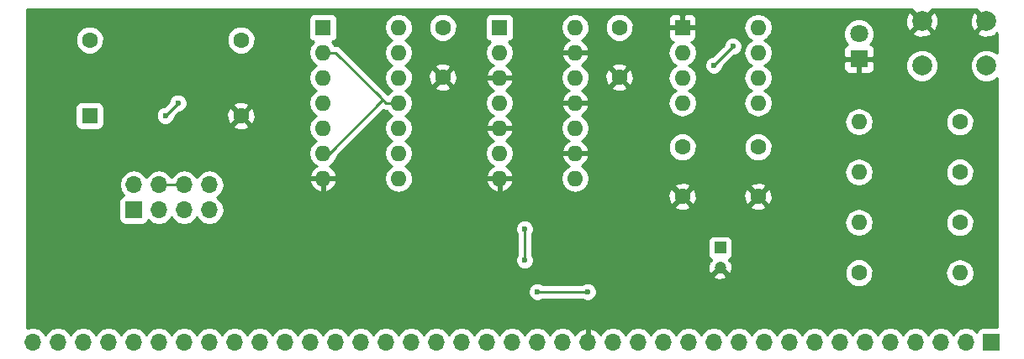
<source format=gbl>
G04 #@! TF.FileFunction,Copper,L2,Bot,Signal*
%FSLAX46Y46*%
G04 Gerber Fmt 4.6, Leading zero omitted, Abs format (unit mm)*
G04 Created by KiCad (PCBNEW 4.0.6) date 06/20/17 00:11:08*
%MOMM*%
%LPD*%
G01*
G04 APERTURE LIST*
%ADD10C,0.100000*%
%ADD11C,1.600000*%
%ADD12O,1.600000X1.600000*%
%ADD13C,2.000000*%
%ADD14R,1.600000X1.600000*%
%ADD15R,1.200000X1.200000*%
%ADD16C,1.200000*%
%ADD17R,1.700000X1.700000*%
%ADD18O,1.700000X1.700000*%
%ADD19R,1.800000X1.800000*%
%ADD20C,1.800000*%
%ADD21C,0.600000*%
%ADD22C,0.250000*%
%ADD23C,0.254000*%
G04 APERTURE END LIST*
D10*
D11*
X187325000Y-133985000D03*
D12*
X177165000Y-133985000D03*
D11*
X187325000Y-128905000D03*
D12*
X177165000Y-128905000D03*
D13*
X183515000Y-118165000D03*
X183515000Y-113665000D03*
X190015000Y-118165000D03*
X190015000Y-113665000D03*
D14*
X159385000Y-114300000D03*
D12*
X167005000Y-121920000D03*
X159385000Y-116840000D03*
X167005000Y-119380000D03*
X159385000Y-119380000D03*
X167005000Y-116840000D03*
X159385000Y-121920000D03*
X167005000Y-114300000D03*
D14*
X140970000Y-114300000D03*
D12*
X148590000Y-129540000D03*
X140970000Y-116840000D03*
X148590000Y-127000000D03*
X140970000Y-119380000D03*
X148590000Y-124460000D03*
X140970000Y-121920000D03*
X148590000Y-121920000D03*
X140970000Y-124460000D03*
X148590000Y-119380000D03*
X140970000Y-127000000D03*
X148590000Y-116840000D03*
X140970000Y-129540000D03*
X148590000Y-114300000D03*
D15*
X163195000Y-136525000D03*
D16*
X163195000Y-138525000D03*
D11*
X177165000Y-139065000D03*
D12*
X187325000Y-139065000D03*
D14*
X99695000Y-123190000D03*
D11*
X99695000Y-115570000D03*
X114935000Y-115570000D03*
X114935000Y-123190000D03*
D17*
X190500000Y-146050000D03*
D18*
X187960000Y-146050000D03*
X185420000Y-146050000D03*
X182880000Y-146050000D03*
X180340000Y-146050000D03*
X177800000Y-146050000D03*
X175260000Y-146050000D03*
X172720000Y-146050000D03*
X170180000Y-146050000D03*
X167640000Y-146050000D03*
X165100000Y-146050000D03*
X162560000Y-146050000D03*
X160020000Y-146050000D03*
X157480000Y-146050000D03*
X154940000Y-146050000D03*
X152400000Y-146050000D03*
X149860000Y-146050000D03*
X147320000Y-146050000D03*
X144780000Y-146050000D03*
X142240000Y-146050000D03*
X139700000Y-146050000D03*
X137160000Y-146050000D03*
X134620000Y-146050000D03*
X132080000Y-146050000D03*
X129540000Y-146050000D03*
X127000000Y-146050000D03*
X124460000Y-146050000D03*
X121920000Y-146050000D03*
X119380000Y-146050000D03*
X116840000Y-146050000D03*
X114300000Y-146050000D03*
X111760000Y-146050000D03*
X109220000Y-146050000D03*
X106680000Y-146050000D03*
X104140000Y-146050000D03*
X101600000Y-146050000D03*
X99060000Y-146050000D03*
X96520000Y-146050000D03*
X93980000Y-146050000D03*
D14*
X123190000Y-114300000D03*
D12*
X130810000Y-129540000D03*
X123190000Y-116840000D03*
X130810000Y-127000000D03*
X123190000Y-119380000D03*
X130810000Y-124460000D03*
X123190000Y-121920000D03*
X130810000Y-121920000D03*
X123190000Y-124460000D03*
X130810000Y-119380000D03*
X123190000Y-127000000D03*
X130810000Y-116840000D03*
X123190000Y-129540000D03*
X130810000Y-114300000D03*
D11*
X167005000Y-126365000D03*
X167005000Y-131365000D03*
X159385000Y-126365000D03*
X159385000Y-131365000D03*
X153035000Y-114300000D03*
X153035000Y-119300000D03*
X135255000Y-114300000D03*
X135255000Y-119300000D03*
D19*
X177165000Y-117475000D03*
D20*
X177165000Y-114935000D03*
D17*
X104140000Y-132715000D03*
D18*
X104140000Y-130175000D03*
X106680000Y-132715000D03*
X106680000Y-130175000D03*
X109220000Y-132715000D03*
X109220000Y-130175000D03*
X111760000Y-132715000D03*
X111760000Y-130175000D03*
D11*
X187325000Y-123825000D03*
D12*
X177165000Y-123825000D03*
D21*
X162560000Y-118110000D03*
X164465000Y-116205000D03*
X107315000Y-123190000D03*
X108585000Y-121920000D03*
X144780000Y-140970000D03*
X149860000Y-140970000D03*
X143510000Y-134620000D03*
X143510000Y-137795000D03*
D22*
X164465000Y-116205000D02*
X162560000Y-118110000D01*
X108585000Y-121920000D02*
X107315000Y-123190000D01*
X149860000Y-140970000D02*
X144780000Y-140970000D01*
X143510000Y-137795000D02*
X143510000Y-134620000D01*
X106680000Y-130175000D02*
X109220000Y-130175000D01*
X123190000Y-127000000D02*
X123825000Y-127000000D01*
X123825000Y-127000000D02*
X129222500Y-121602500D01*
X129222500Y-121602500D02*
X128905000Y-121285000D01*
X123190000Y-116840000D02*
X124460000Y-116840000D01*
X129540000Y-121920000D02*
X130810000Y-121920000D01*
X124460000Y-116840000D02*
X128905000Y-121285000D01*
X128905000Y-121285000D02*
X129540000Y-121920000D01*
D23*
G36*
X182542073Y-112512468D02*
X183515000Y-113485395D01*
X184487927Y-112512468D01*
X184472226Y-112470000D01*
X189057774Y-112470000D01*
X189042073Y-112512468D01*
X190015000Y-113485395D01*
X190029143Y-113471253D01*
X190208748Y-113650858D01*
X190194605Y-113665000D01*
X190208748Y-113679143D01*
X190029143Y-113858748D01*
X190015000Y-113844605D01*
X189042073Y-114817532D01*
X189140736Y-115084387D01*
X189750461Y-115310908D01*
X190400460Y-115286856D01*
X190889264Y-115084387D01*
X190987926Y-114817534D01*
X191060000Y-114889608D01*
X191060000Y-116897565D01*
X190942363Y-116779722D01*
X190341648Y-116530284D01*
X189691205Y-116529716D01*
X189090057Y-116778106D01*
X188629722Y-117237637D01*
X188380284Y-117838352D01*
X188379716Y-118488795D01*
X188628106Y-119089943D01*
X189087637Y-119550278D01*
X189688352Y-119799716D01*
X190338795Y-119800284D01*
X190939943Y-119551894D01*
X191060000Y-119432047D01*
X191060000Y-144552560D01*
X189650000Y-144552560D01*
X189414683Y-144596838D01*
X189198559Y-144735910D01*
X189053569Y-144948110D01*
X189039914Y-145015541D01*
X189010054Y-144970853D01*
X188528285Y-144648946D01*
X187960000Y-144535907D01*
X187391715Y-144648946D01*
X186909946Y-144970853D01*
X186690000Y-145300026D01*
X186470054Y-144970853D01*
X185988285Y-144648946D01*
X185420000Y-144535907D01*
X184851715Y-144648946D01*
X184369946Y-144970853D01*
X184150000Y-145300026D01*
X183930054Y-144970853D01*
X183448285Y-144648946D01*
X182880000Y-144535907D01*
X182311715Y-144648946D01*
X181829946Y-144970853D01*
X181610000Y-145300026D01*
X181390054Y-144970853D01*
X180908285Y-144648946D01*
X180340000Y-144535907D01*
X179771715Y-144648946D01*
X179289946Y-144970853D01*
X179070000Y-145300026D01*
X178850054Y-144970853D01*
X178368285Y-144648946D01*
X177800000Y-144535907D01*
X177231715Y-144648946D01*
X176749946Y-144970853D01*
X176530000Y-145300026D01*
X176310054Y-144970853D01*
X175828285Y-144648946D01*
X175260000Y-144535907D01*
X174691715Y-144648946D01*
X174209946Y-144970853D01*
X173990000Y-145300026D01*
X173770054Y-144970853D01*
X173288285Y-144648946D01*
X172720000Y-144535907D01*
X172151715Y-144648946D01*
X171669946Y-144970853D01*
X171450000Y-145300026D01*
X171230054Y-144970853D01*
X170748285Y-144648946D01*
X170180000Y-144535907D01*
X169611715Y-144648946D01*
X169129946Y-144970853D01*
X168910000Y-145300026D01*
X168690054Y-144970853D01*
X168208285Y-144648946D01*
X167640000Y-144535907D01*
X167071715Y-144648946D01*
X166589946Y-144970853D01*
X166370000Y-145300026D01*
X166150054Y-144970853D01*
X165668285Y-144648946D01*
X165100000Y-144535907D01*
X164531715Y-144648946D01*
X164049946Y-144970853D01*
X163830000Y-145300026D01*
X163610054Y-144970853D01*
X163128285Y-144648946D01*
X162560000Y-144535907D01*
X161991715Y-144648946D01*
X161509946Y-144970853D01*
X161290000Y-145300026D01*
X161070054Y-144970853D01*
X160588285Y-144648946D01*
X160020000Y-144535907D01*
X159451715Y-144648946D01*
X158969946Y-144970853D01*
X158750000Y-145300026D01*
X158530054Y-144970853D01*
X158048285Y-144648946D01*
X157480000Y-144535907D01*
X156911715Y-144648946D01*
X156429946Y-144970853D01*
X156210000Y-145300026D01*
X155990054Y-144970853D01*
X155508285Y-144648946D01*
X154940000Y-144535907D01*
X154371715Y-144648946D01*
X153889946Y-144970853D01*
X153670000Y-145300026D01*
X153450054Y-144970853D01*
X152968285Y-144648946D01*
X152400000Y-144535907D01*
X151831715Y-144648946D01*
X151349946Y-144970853D01*
X151122298Y-145311553D01*
X151055183Y-145168642D01*
X150626924Y-144778355D01*
X150216890Y-144608524D01*
X149987000Y-144729845D01*
X149987000Y-145923000D01*
X150007000Y-145923000D01*
X150007000Y-146177000D01*
X149987000Y-146177000D01*
X149987000Y-146197000D01*
X149733000Y-146197000D01*
X149733000Y-146177000D01*
X149713000Y-146177000D01*
X149713000Y-145923000D01*
X149733000Y-145923000D01*
X149733000Y-144729845D01*
X149503110Y-144608524D01*
X149093076Y-144778355D01*
X148664817Y-145168642D01*
X148597702Y-145311553D01*
X148370054Y-144970853D01*
X147888285Y-144648946D01*
X147320000Y-144535907D01*
X146751715Y-144648946D01*
X146269946Y-144970853D01*
X146050000Y-145300026D01*
X145830054Y-144970853D01*
X145348285Y-144648946D01*
X144780000Y-144535907D01*
X144211715Y-144648946D01*
X143729946Y-144970853D01*
X143510000Y-145300026D01*
X143290054Y-144970853D01*
X142808285Y-144648946D01*
X142240000Y-144535907D01*
X141671715Y-144648946D01*
X141189946Y-144970853D01*
X140970000Y-145300026D01*
X140750054Y-144970853D01*
X140268285Y-144648946D01*
X139700000Y-144535907D01*
X139131715Y-144648946D01*
X138649946Y-144970853D01*
X138430000Y-145300026D01*
X138210054Y-144970853D01*
X137728285Y-144648946D01*
X137160000Y-144535907D01*
X136591715Y-144648946D01*
X136109946Y-144970853D01*
X135890000Y-145300026D01*
X135670054Y-144970853D01*
X135188285Y-144648946D01*
X134620000Y-144535907D01*
X134051715Y-144648946D01*
X133569946Y-144970853D01*
X133350000Y-145300026D01*
X133130054Y-144970853D01*
X132648285Y-144648946D01*
X132080000Y-144535907D01*
X131511715Y-144648946D01*
X131029946Y-144970853D01*
X130810000Y-145300026D01*
X130590054Y-144970853D01*
X130108285Y-144648946D01*
X129540000Y-144535907D01*
X128971715Y-144648946D01*
X128489946Y-144970853D01*
X128270000Y-145300026D01*
X128050054Y-144970853D01*
X127568285Y-144648946D01*
X127000000Y-144535907D01*
X126431715Y-144648946D01*
X125949946Y-144970853D01*
X125730000Y-145300026D01*
X125510054Y-144970853D01*
X125028285Y-144648946D01*
X124460000Y-144535907D01*
X123891715Y-144648946D01*
X123409946Y-144970853D01*
X123190000Y-145300026D01*
X122970054Y-144970853D01*
X122488285Y-144648946D01*
X121920000Y-144535907D01*
X121351715Y-144648946D01*
X120869946Y-144970853D01*
X120650000Y-145300026D01*
X120430054Y-144970853D01*
X119948285Y-144648946D01*
X119380000Y-144535907D01*
X118811715Y-144648946D01*
X118329946Y-144970853D01*
X118110000Y-145300026D01*
X117890054Y-144970853D01*
X117408285Y-144648946D01*
X116840000Y-144535907D01*
X116271715Y-144648946D01*
X115789946Y-144970853D01*
X115570000Y-145300026D01*
X115350054Y-144970853D01*
X114868285Y-144648946D01*
X114300000Y-144535907D01*
X113731715Y-144648946D01*
X113249946Y-144970853D01*
X113030000Y-145300026D01*
X112810054Y-144970853D01*
X112328285Y-144648946D01*
X111760000Y-144535907D01*
X111191715Y-144648946D01*
X110709946Y-144970853D01*
X110490000Y-145300026D01*
X110270054Y-144970853D01*
X109788285Y-144648946D01*
X109220000Y-144535907D01*
X108651715Y-144648946D01*
X108169946Y-144970853D01*
X107950000Y-145300026D01*
X107730054Y-144970853D01*
X107248285Y-144648946D01*
X106680000Y-144535907D01*
X106111715Y-144648946D01*
X105629946Y-144970853D01*
X105410000Y-145300026D01*
X105190054Y-144970853D01*
X104708285Y-144648946D01*
X104140000Y-144535907D01*
X103571715Y-144648946D01*
X103089946Y-144970853D01*
X102870000Y-145300026D01*
X102650054Y-144970853D01*
X102168285Y-144648946D01*
X101600000Y-144535907D01*
X101031715Y-144648946D01*
X100549946Y-144970853D01*
X100330000Y-145300026D01*
X100110054Y-144970853D01*
X99628285Y-144648946D01*
X99060000Y-144535907D01*
X98491715Y-144648946D01*
X98009946Y-144970853D01*
X97790000Y-145300026D01*
X97570054Y-144970853D01*
X97088285Y-144648946D01*
X96520000Y-144535907D01*
X95951715Y-144648946D01*
X95469946Y-144970853D01*
X95250000Y-145300026D01*
X95030054Y-144970853D01*
X94548285Y-144648946D01*
X93980000Y-144535907D01*
X93420000Y-144647298D01*
X93420000Y-141155167D01*
X143844838Y-141155167D01*
X143986883Y-141498943D01*
X144249673Y-141762192D01*
X144593201Y-141904838D01*
X144965167Y-141905162D01*
X145308943Y-141763117D01*
X145342118Y-141730000D01*
X149297537Y-141730000D01*
X149329673Y-141762192D01*
X149673201Y-141904838D01*
X150045167Y-141905162D01*
X150388943Y-141763117D01*
X150652192Y-141500327D01*
X150794838Y-141156799D01*
X150795162Y-140784833D01*
X150653117Y-140441057D01*
X150390327Y-140177808D01*
X150046799Y-140035162D01*
X149674833Y-140034838D01*
X149331057Y-140176883D01*
X149297882Y-140210000D01*
X145342463Y-140210000D01*
X145310327Y-140177808D01*
X144966799Y-140035162D01*
X144594833Y-140034838D01*
X144251057Y-140176883D01*
X143987808Y-140439673D01*
X143845162Y-140783201D01*
X143844838Y-141155167D01*
X93420000Y-141155167D01*
X93420000Y-139387735D01*
X162511870Y-139387735D01*
X162561383Y-139613164D01*
X163026036Y-139772807D01*
X163516413Y-139742482D01*
X163828617Y-139613164D01*
X163878130Y-139387735D01*
X163839582Y-139349187D01*
X175729752Y-139349187D01*
X175947757Y-139876800D01*
X176351077Y-140280824D01*
X176878309Y-140499750D01*
X177449187Y-140500248D01*
X177976800Y-140282243D01*
X178380824Y-139878923D01*
X178599750Y-139351691D01*
X178600000Y-139065000D01*
X185861887Y-139065000D01*
X185971120Y-139614151D01*
X186282189Y-140079698D01*
X186747736Y-140390767D01*
X187296887Y-140500000D01*
X187353113Y-140500000D01*
X187902264Y-140390767D01*
X188367811Y-140079698D01*
X188678880Y-139614151D01*
X188788113Y-139065000D01*
X188678880Y-138515849D01*
X188367811Y-138050302D01*
X187902264Y-137739233D01*
X187353113Y-137630000D01*
X187296887Y-137630000D01*
X186747736Y-137739233D01*
X186282189Y-138050302D01*
X185971120Y-138515849D01*
X185861887Y-139065000D01*
X178600000Y-139065000D01*
X178600248Y-138780813D01*
X178382243Y-138253200D01*
X177978923Y-137849176D01*
X177451691Y-137630250D01*
X176880813Y-137629752D01*
X176353200Y-137847757D01*
X175949176Y-138251077D01*
X175730250Y-138778309D01*
X175729752Y-139349187D01*
X163839582Y-139349187D01*
X163195000Y-138704605D01*
X162511870Y-139387735D01*
X93420000Y-139387735D01*
X93420000Y-134805167D01*
X142574838Y-134805167D01*
X142716883Y-135148943D01*
X142750000Y-135182118D01*
X142750000Y-137232537D01*
X142717808Y-137264673D01*
X142575162Y-137608201D01*
X142574838Y-137980167D01*
X142716883Y-138323943D01*
X142979673Y-138587192D01*
X143323201Y-138729838D01*
X143695167Y-138730162D01*
X144038943Y-138588117D01*
X144271429Y-138356036D01*
X161947193Y-138356036D01*
X161977518Y-138846413D01*
X162106836Y-139158617D01*
X162332265Y-139208130D01*
X163015395Y-138525000D01*
X163001253Y-138510858D01*
X163180858Y-138331253D01*
X163195000Y-138345395D01*
X163209143Y-138331253D01*
X163388748Y-138510858D01*
X163374605Y-138525000D01*
X164057735Y-139208130D01*
X164283164Y-139158617D01*
X164442807Y-138693964D01*
X164412482Y-138203587D01*
X164283164Y-137891383D01*
X164057737Y-137841871D01*
X164173430Y-137726178D01*
X164118603Y-137671351D01*
X164246441Y-137589090D01*
X164391431Y-137376890D01*
X164442440Y-137125000D01*
X164442440Y-135925000D01*
X164398162Y-135689683D01*
X164259090Y-135473559D01*
X164046890Y-135328569D01*
X163795000Y-135277560D01*
X162595000Y-135277560D01*
X162359683Y-135321838D01*
X162143559Y-135460910D01*
X161998569Y-135673110D01*
X161947560Y-135925000D01*
X161947560Y-137125000D01*
X161991838Y-137360317D01*
X162130910Y-137576441D01*
X162270755Y-137671993D01*
X162216570Y-137726178D01*
X162332263Y-137841871D01*
X162106836Y-137891383D01*
X161947193Y-138356036D01*
X144271429Y-138356036D01*
X144302192Y-138325327D01*
X144444838Y-137981799D01*
X144445162Y-137609833D01*
X144303117Y-137266057D01*
X144270000Y-137232882D01*
X144270000Y-135182463D01*
X144302192Y-135150327D01*
X144444838Y-134806799D01*
X144445162Y-134434833D01*
X144303117Y-134091057D01*
X144197245Y-133985000D01*
X175701887Y-133985000D01*
X175811120Y-134534151D01*
X176122189Y-134999698D01*
X176587736Y-135310767D01*
X177136887Y-135420000D01*
X177193113Y-135420000D01*
X177742264Y-135310767D01*
X178207811Y-134999698D01*
X178518880Y-134534151D01*
X178571584Y-134269187D01*
X185889752Y-134269187D01*
X186107757Y-134796800D01*
X186511077Y-135200824D01*
X187038309Y-135419750D01*
X187609187Y-135420248D01*
X188136800Y-135202243D01*
X188540824Y-134798923D01*
X188759750Y-134271691D01*
X188760248Y-133700813D01*
X188542243Y-133173200D01*
X188138923Y-132769176D01*
X187611691Y-132550250D01*
X187040813Y-132549752D01*
X186513200Y-132767757D01*
X186109176Y-133171077D01*
X185890250Y-133698309D01*
X185889752Y-134269187D01*
X178571584Y-134269187D01*
X178628113Y-133985000D01*
X178518880Y-133435849D01*
X178207811Y-132970302D01*
X177742264Y-132659233D01*
X177193113Y-132550000D01*
X177136887Y-132550000D01*
X176587736Y-132659233D01*
X176122189Y-132970302D01*
X175811120Y-133435849D01*
X175701887Y-133985000D01*
X144197245Y-133985000D01*
X144040327Y-133827808D01*
X143696799Y-133685162D01*
X143324833Y-133684838D01*
X142981057Y-133826883D01*
X142717808Y-134089673D01*
X142575162Y-134433201D01*
X142574838Y-134805167D01*
X93420000Y-134805167D01*
X93420000Y-131865000D01*
X102642560Y-131865000D01*
X102642560Y-133565000D01*
X102686838Y-133800317D01*
X102825910Y-134016441D01*
X103038110Y-134161431D01*
X103290000Y-134212440D01*
X104990000Y-134212440D01*
X105225317Y-134168162D01*
X105441441Y-134029090D01*
X105586431Y-133816890D01*
X105600086Y-133749459D01*
X105629946Y-133794147D01*
X106111715Y-134116054D01*
X106680000Y-134229093D01*
X107248285Y-134116054D01*
X107730054Y-133794147D01*
X107950000Y-133464974D01*
X108169946Y-133794147D01*
X108651715Y-134116054D01*
X109220000Y-134229093D01*
X109788285Y-134116054D01*
X110270054Y-133794147D01*
X110490000Y-133464974D01*
X110709946Y-133794147D01*
X111191715Y-134116054D01*
X111760000Y-134229093D01*
X112328285Y-134116054D01*
X112810054Y-133794147D01*
X113131961Y-133312378D01*
X113245000Y-132744093D01*
X113245000Y-132685907D01*
X113182709Y-132372745D01*
X158556861Y-132372745D01*
X158630995Y-132618864D01*
X159168223Y-132811965D01*
X159738454Y-132784778D01*
X160139005Y-132618864D01*
X160213139Y-132372745D01*
X166176861Y-132372745D01*
X166250995Y-132618864D01*
X166788223Y-132811965D01*
X167358454Y-132784778D01*
X167759005Y-132618864D01*
X167833139Y-132372745D01*
X167005000Y-131544605D01*
X166176861Y-132372745D01*
X160213139Y-132372745D01*
X159385000Y-131544605D01*
X158556861Y-132372745D01*
X113182709Y-132372745D01*
X113131961Y-132117622D01*
X112810054Y-131635853D01*
X112524422Y-131445000D01*
X112810054Y-131254147D01*
X112880829Y-131148223D01*
X157938035Y-131148223D01*
X157965222Y-131718454D01*
X158131136Y-132119005D01*
X158377255Y-132193139D01*
X159205395Y-131365000D01*
X159564605Y-131365000D01*
X160392745Y-132193139D01*
X160638864Y-132119005D01*
X160831965Y-131581777D01*
X160811295Y-131148223D01*
X165558035Y-131148223D01*
X165585222Y-131718454D01*
X165751136Y-132119005D01*
X165997255Y-132193139D01*
X166825395Y-131365000D01*
X167184605Y-131365000D01*
X168012745Y-132193139D01*
X168258864Y-132119005D01*
X168451965Y-131581777D01*
X168424778Y-131011546D01*
X168258864Y-130610995D01*
X168012745Y-130536861D01*
X167184605Y-131365000D01*
X166825395Y-131365000D01*
X165997255Y-130536861D01*
X165751136Y-130610995D01*
X165558035Y-131148223D01*
X160811295Y-131148223D01*
X160804778Y-131011546D01*
X160638864Y-130610995D01*
X160392745Y-130536861D01*
X159564605Y-131365000D01*
X159205395Y-131365000D01*
X158377255Y-130536861D01*
X158131136Y-130610995D01*
X157938035Y-131148223D01*
X112880829Y-131148223D01*
X113131961Y-130772378D01*
X113245000Y-130204093D01*
X113245000Y-130145907D01*
X113193906Y-129889039D01*
X121798096Y-129889039D01*
X121958959Y-130277423D01*
X122334866Y-130692389D01*
X122840959Y-130931914D01*
X123063000Y-130810629D01*
X123063000Y-129667000D01*
X123317000Y-129667000D01*
X123317000Y-130810629D01*
X123539041Y-130931914D01*
X124045134Y-130692389D01*
X124421041Y-130277423D01*
X124581904Y-129889039D01*
X124459915Y-129667000D01*
X123317000Y-129667000D01*
X123063000Y-129667000D01*
X121920085Y-129667000D01*
X121798096Y-129889039D01*
X113193906Y-129889039D01*
X113131961Y-129577622D01*
X112810054Y-129095853D01*
X112328285Y-128773946D01*
X111760000Y-128660907D01*
X111191715Y-128773946D01*
X110709946Y-129095853D01*
X110490000Y-129425026D01*
X110270054Y-129095853D01*
X109788285Y-128773946D01*
X109220000Y-128660907D01*
X108651715Y-128773946D01*
X108169946Y-129095853D01*
X107956699Y-129415000D01*
X107943301Y-129415000D01*
X107730054Y-129095853D01*
X107248285Y-128773946D01*
X106680000Y-128660907D01*
X106111715Y-128773946D01*
X105629946Y-129095853D01*
X105410000Y-129425026D01*
X105190054Y-129095853D01*
X104708285Y-128773946D01*
X104140000Y-128660907D01*
X103571715Y-128773946D01*
X103089946Y-129095853D01*
X102768039Y-129577622D01*
X102655000Y-130145907D01*
X102655000Y-130204093D01*
X102768039Y-130772378D01*
X103089946Y-131254147D01*
X103091179Y-131254971D01*
X103054683Y-131261838D01*
X102838559Y-131400910D01*
X102693569Y-131613110D01*
X102642560Y-131865000D01*
X93420000Y-131865000D01*
X93420000Y-122390000D01*
X98247560Y-122390000D01*
X98247560Y-123990000D01*
X98291838Y-124225317D01*
X98430910Y-124441441D01*
X98643110Y-124586431D01*
X98895000Y-124637440D01*
X100495000Y-124637440D01*
X100730317Y-124593162D01*
X100946441Y-124454090D01*
X101091431Y-124241890D01*
X101100370Y-124197745D01*
X114106861Y-124197745D01*
X114180995Y-124443864D01*
X114718223Y-124636965D01*
X115288454Y-124609778D01*
X115689005Y-124443864D01*
X115763139Y-124197745D01*
X114935000Y-123369605D01*
X114106861Y-124197745D01*
X101100370Y-124197745D01*
X101142440Y-123990000D01*
X101142440Y-123375167D01*
X106379838Y-123375167D01*
X106521883Y-123718943D01*
X106784673Y-123982192D01*
X107128201Y-124124838D01*
X107500167Y-124125162D01*
X107843943Y-123983117D01*
X108107192Y-123720327D01*
X108249838Y-123376799D01*
X108249879Y-123329923D01*
X108606579Y-122973223D01*
X113488035Y-122973223D01*
X113515222Y-123543454D01*
X113681136Y-123944005D01*
X113927255Y-124018139D01*
X114755395Y-123190000D01*
X115114605Y-123190000D01*
X115942745Y-124018139D01*
X116188864Y-123944005D01*
X116381965Y-123406777D01*
X116354778Y-122836546D01*
X116188864Y-122435995D01*
X115942745Y-122361861D01*
X115114605Y-123190000D01*
X114755395Y-123190000D01*
X113927255Y-122361861D01*
X113681136Y-122435995D01*
X113488035Y-122973223D01*
X108606579Y-122973223D01*
X108724680Y-122855122D01*
X108770167Y-122855162D01*
X109113943Y-122713117D01*
X109377192Y-122450327D01*
X109488505Y-122182255D01*
X114106861Y-122182255D01*
X114935000Y-123010395D01*
X115763139Y-122182255D01*
X115689005Y-121936136D01*
X115151777Y-121743035D01*
X114581546Y-121770222D01*
X114180995Y-121936136D01*
X114106861Y-122182255D01*
X109488505Y-122182255D01*
X109519838Y-122106799D01*
X109520162Y-121734833D01*
X109378117Y-121391057D01*
X109115327Y-121127808D01*
X108771799Y-120985162D01*
X108399833Y-120984838D01*
X108056057Y-121126883D01*
X107792808Y-121389673D01*
X107650162Y-121733201D01*
X107650121Y-121780077D01*
X107175320Y-122254878D01*
X107129833Y-122254838D01*
X106786057Y-122396883D01*
X106522808Y-122659673D01*
X106380162Y-123003201D01*
X106379838Y-123375167D01*
X101142440Y-123375167D01*
X101142440Y-122390000D01*
X101098162Y-122154683D01*
X100959090Y-121938559D01*
X100746890Y-121793569D01*
X100495000Y-121742560D01*
X98895000Y-121742560D01*
X98659683Y-121786838D01*
X98443559Y-121925910D01*
X98298569Y-122138110D01*
X98247560Y-122390000D01*
X93420000Y-122390000D01*
X93420000Y-115854187D01*
X98259752Y-115854187D01*
X98477757Y-116381800D01*
X98881077Y-116785824D01*
X99408309Y-117004750D01*
X99979187Y-117005248D01*
X100506800Y-116787243D01*
X100910824Y-116383923D01*
X101129750Y-115856691D01*
X101129752Y-115854187D01*
X113499752Y-115854187D01*
X113717757Y-116381800D01*
X114121077Y-116785824D01*
X114648309Y-117004750D01*
X115219187Y-117005248D01*
X115619118Y-116840000D01*
X121726887Y-116840000D01*
X121836120Y-117389151D01*
X122147189Y-117854698D01*
X122529275Y-118110000D01*
X122147189Y-118365302D01*
X121836120Y-118830849D01*
X121726887Y-119380000D01*
X121836120Y-119929151D01*
X122147189Y-120394698D01*
X122529275Y-120650000D01*
X122147189Y-120905302D01*
X121836120Y-121370849D01*
X121726887Y-121920000D01*
X121836120Y-122469151D01*
X122147189Y-122934698D01*
X122529275Y-123190000D01*
X122147189Y-123445302D01*
X121836120Y-123910849D01*
X121726887Y-124460000D01*
X121836120Y-125009151D01*
X122147189Y-125474698D01*
X122529275Y-125730000D01*
X122147189Y-125985302D01*
X121836120Y-126450849D01*
X121726887Y-127000000D01*
X121836120Y-127549151D01*
X122147189Y-128014698D01*
X122551703Y-128284986D01*
X122334866Y-128387611D01*
X121958959Y-128802577D01*
X121798096Y-129190961D01*
X121920085Y-129413000D01*
X123063000Y-129413000D01*
X123063000Y-129393000D01*
X123317000Y-129393000D01*
X123317000Y-129413000D01*
X124459915Y-129413000D01*
X124581904Y-129190961D01*
X124421041Y-128802577D01*
X124045134Y-128387611D01*
X123828297Y-128284986D01*
X124232811Y-128014698D01*
X124543880Y-127549151D01*
X124591859Y-127307943D01*
X129272927Y-122626875D01*
X129540000Y-122680000D01*
X129597005Y-122680000D01*
X129767189Y-122934698D01*
X130149275Y-123190000D01*
X129767189Y-123445302D01*
X129456120Y-123910849D01*
X129346887Y-124460000D01*
X129456120Y-125009151D01*
X129767189Y-125474698D01*
X130149275Y-125730000D01*
X129767189Y-125985302D01*
X129456120Y-126450849D01*
X129346887Y-127000000D01*
X129456120Y-127549151D01*
X129767189Y-128014698D01*
X130149275Y-128270000D01*
X129767189Y-128525302D01*
X129456120Y-128990849D01*
X129346887Y-129540000D01*
X129456120Y-130089151D01*
X129767189Y-130554698D01*
X130232736Y-130865767D01*
X130781887Y-130975000D01*
X130838113Y-130975000D01*
X131387264Y-130865767D01*
X131852811Y-130554698D01*
X132163880Y-130089151D01*
X132203684Y-129889039D01*
X139578096Y-129889039D01*
X139738959Y-130277423D01*
X140114866Y-130692389D01*
X140620959Y-130931914D01*
X140843000Y-130810629D01*
X140843000Y-129667000D01*
X141097000Y-129667000D01*
X141097000Y-130810629D01*
X141319041Y-130931914D01*
X141825134Y-130692389D01*
X142201041Y-130277423D01*
X142361904Y-129889039D01*
X142239915Y-129667000D01*
X141097000Y-129667000D01*
X140843000Y-129667000D01*
X139700085Y-129667000D01*
X139578096Y-129889039D01*
X132203684Y-129889039D01*
X132273113Y-129540000D01*
X147126887Y-129540000D01*
X147236120Y-130089151D01*
X147547189Y-130554698D01*
X148012736Y-130865767D01*
X148561887Y-130975000D01*
X148618113Y-130975000D01*
X149167264Y-130865767D01*
X149632811Y-130554698D01*
X149764738Y-130357255D01*
X158556861Y-130357255D01*
X159385000Y-131185395D01*
X160213139Y-130357255D01*
X166176861Y-130357255D01*
X167005000Y-131185395D01*
X167833139Y-130357255D01*
X167759005Y-130111136D01*
X167221777Y-129918035D01*
X166651546Y-129945222D01*
X166250995Y-130111136D01*
X166176861Y-130357255D01*
X160213139Y-130357255D01*
X160139005Y-130111136D01*
X159601777Y-129918035D01*
X159031546Y-129945222D01*
X158630995Y-130111136D01*
X158556861Y-130357255D01*
X149764738Y-130357255D01*
X149943880Y-130089151D01*
X150053113Y-129540000D01*
X149943880Y-128990849D01*
X149886518Y-128905000D01*
X175701887Y-128905000D01*
X175811120Y-129454151D01*
X176122189Y-129919698D01*
X176587736Y-130230767D01*
X177136887Y-130340000D01*
X177193113Y-130340000D01*
X177742264Y-130230767D01*
X178207811Y-129919698D01*
X178518880Y-129454151D01*
X178571584Y-129189187D01*
X185889752Y-129189187D01*
X186107757Y-129716800D01*
X186511077Y-130120824D01*
X187038309Y-130339750D01*
X187609187Y-130340248D01*
X188136800Y-130122243D01*
X188540824Y-129718923D01*
X188759750Y-129191691D01*
X188760248Y-128620813D01*
X188542243Y-128093200D01*
X188138923Y-127689176D01*
X187611691Y-127470250D01*
X187040813Y-127469752D01*
X186513200Y-127687757D01*
X186109176Y-128091077D01*
X185890250Y-128618309D01*
X185889752Y-129189187D01*
X178571584Y-129189187D01*
X178628113Y-128905000D01*
X178518880Y-128355849D01*
X178207811Y-127890302D01*
X177742264Y-127579233D01*
X177193113Y-127470000D01*
X177136887Y-127470000D01*
X176587736Y-127579233D01*
X176122189Y-127890302D01*
X175811120Y-128355849D01*
X175701887Y-128905000D01*
X149886518Y-128905000D01*
X149632811Y-128525302D01*
X149228297Y-128255014D01*
X149445134Y-128152389D01*
X149821041Y-127737423D01*
X149981904Y-127349039D01*
X149859915Y-127127000D01*
X148717000Y-127127000D01*
X148717000Y-127147000D01*
X148463000Y-127147000D01*
X148463000Y-127127000D01*
X147320085Y-127127000D01*
X147198096Y-127349039D01*
X147358959Y-127737423D01*
X147734866Y-128152389D01*
X147951703Y-128255014D01*
X147547189Y-128525302D01*
X147236120Y-128990849D01*
X147126887Y-129540000D01*
X132273113Y-129540000D01*
X132163880Y-128990849D01*
X131852811Y-128525302D01*
X131470725Y-128270000D01*
X131852811Y-128014698D01*
X132163880Y-127549151D01*
X132273113Y-127000000D01*
X139506887Y-127000000D01*
X139616120Y-127549151D01*
X139927189Y-128014698D01*
X140331703Y-128284986D01*
X140114866Y-128387611D01*
X139738959Y-128802577D01*
X139578096Y-129190961D01*
X139700085Y-129413000D01*
X140843000Y-129413000D01*
X140843000Y-129393000D01*
X141097000Y-129393000D01*
X141097000Y-129413000D01*
X142239915Y-129413000D01*
X142361904Y-129190961D01*
X142201041Y-128802577D01*
X141825134Y-128387611D01*
X141608297Y-128284986D01*
X142012811Y-128014698D01*
X142323880Y-127549151D01*
X142433113Y-127000000D01*
X142323880Y-126450849D01*
X142012811Y-125985302D01*
X141608297Y-125715014D01*
X141825134Y-125612389D01*
X142201041Y-125197423D01*
X142361904Y-124809039D01*
X142239915Y-124587000D01*
X141097000Y-124587000D01*
X141097000Y-124607000D01*
X140843000Y-124607000D01*
X140843000Y-124587000D01*
X139700085Y-124587000D01*
X139578096Y-124809039D01*
X139738959Y-125197423D01*
X140114866Y-125612389D01*
X140331703Y-125715014D01*
X139927189Y-125985302D01*
X139616120Y-126450849D01*
X139506887Y-127000000D01*
X132273113Y-127000000D01*
X132163880Y-126450849D01*
X131852811Y-125985302D01*
X131470725Y-125730000D01*
X131852811Y-125474698D01*
X132163880Y-125009151D01*
X132273113Y-124460000D01*
X147126887Y-124460000D01*
X147236120Y-125009151D01*
X147547189Y-125474698D01*
X147951703Y-125744986D01*
X147734866Y-125847611D01*
X147358959Y-126262577D01*
X147198096Y-126650961D01*
X147320085Y-126873000D01*
X148463000Y-126873000D01*
X148463000Y-126853000D01*
X148717000Y-126853000D01*
X148717000Y-126873000D01*
X149859915Y-126873000D01*
X149981904Y-126650961D01*
X149981170Y-126649187D01*
X157949752Y-126649187D01*
X158167757Y-127176800D01*
X158571077Y-127580824D01*
X159098309Y-127799750D01*
X159669187Y-127800248D01*
X160196800Y-127582243D01*
X160600824Y-127178923D01*
X160819750Y-126651691D01*
X160819752Y-126649187D01*
X165569752Y-126649187D01*
X165787757Y-127176800D01*
X166191077Y-127580824D01*
X166718309Y-127799750D01*
X167289187Y-127800248D01*
X167816800Y-127582243D01*
X168220824Y-127178923D01*
X168439750Y-126651691D01*
X168440248Y-126080813D01*
X168222243Y-125553200D01*
X167818923Y-125149176D01*
X167291691Y-124930250D01*
X166720813Y-124929752D01*
X166193200Y-125147757D01*
X165789176Y-125551077D01*
X165570250Y-126078309D01*
X165569752Y-126649187D01*
X160819752Y-126649187D01*
X160820248Y-126080813D01*
X160602243Y-125553200D01*
X160198923Y-125149176D01*
X159671691Y-124930250D01*
X159100813Y-124929752D01*
X158573200Y-125147757D01*
X158169176Y-125551077D01*
X157950250Y-126078309D01*
X157949752Y-126649187D01*
X149981170Y-126649187D01*
X149821041Y-126262577D01*
X149445134Y-125847611D01*
X149228297Y-125744986D01*
X149632811Y-125474698D01*
X149943880Y-125009151D01*
X150053113Y-124460000D01*
X149943880Y-123910849D01*
X149886518Y-123825000D01*
X175701887Y-123825000D01*
X175811120Y-124374151D01*
X176122189Y-124839698D01*
X176587736Y-125150767D01*
X177136887Y-125260000D01*
X177193113Y-125260000D01*
X177742264Y-125150767D01*
X178207811Y-124839698D01*
X178518880Y-124374151D01*
X178571584Y-124109187D01*
X185889752Y-124109187D01*
X186107757Y-124636800D01*
X186511077Y-125040824D01*
X187038309Y-125259750D01*
X187609187Y-125260248D01*
X188136800Y-125042243D01*
X188540824Y-124638923D01*
X188759750Y-124111691D01*
X188760248Y-123540813D01*
X188542243Y-123013200D01*
X188138923Y-122609176D01*
X187611691Y-122390250D01*
X187040813Y-122389752D01*
X186513200Y-122607757D01*
X186109176Y-123011077D01*
X185890250Y-123538309D01*
X185889752Y-124109187D01*
X178571584Y-124109187D01*
X178628113Y-123825000D01*
X178518880Y-123275849D01*
X178207811Y-122810302D01*
X177742264Y-122499233D01*
X177193113Y-122390000D01*
X177136887Y-122390000D01*
X176587736Y-122499233D01*
X176122189Y-122810302D01*
X175811120Y-123275849D01*
X175701887Y-123825000D01*
X149886518Y-123825000D01*
X149632811Y-123445302D01*
X149228297Y-123175014D01*
X149445134Y-123072389D01*
X149821041Y-122657423D01*
X149981904Y-122269039D01*
X149859915Y-122047000D01*
X148717000Y-122047000D01*
X148717000Y-122067000D01*
X148463000Y-122067000D01*
X148463000Y-122047000D01*
X147320085Y-122047000D01*
X147198096Y-122269039D01*
X147358959Y-122657423D01*
X147734866Y-123072389D01*
X147951703Y-123175014D01*
X147547189Y-123445302D01*
X147236120Y-123910849D01*
X147126887Y-124460000D01*
X132273113Y-124460000D01*
X132163880Y-123910849D01*
X131852811Y-123445302D01*
X131470725Y-123190000D01*
X131852811Y-122934698D01*
X132163880Y-122469151D01*
X132273113Y-121920000D01*
X139506887Y-121920000D01*
X139616120Y-122469151D01*
X139927189Y-122934698D01*
X140331703Y-123204986D01*
X140114866Y-123307611D01*
X139738959Y-123722577D01*
X139578096Y-124110961D01*
X139700085Y-124333000D01*
X140843000Y-124333000D01*
X140843000Y-124313000D01*
X141097000Y-124313000D01*
X141097000Y-124333000D01*
X142239915Y-124333000D01*
X142361904Y-124110961D01*
X142201041Y-123722577D01*
X141825134Y-123307611D01*
X141608297Y-123204986D01*
X142012811Y-122934698D01*
X142323880Y-122469151D01*
X142433113Y-121920000D01*
X142323880Y-121370849D01*
X142012811Y-120905302D01*
X141608297Y-120635014D01*
X141825134Y-120532389D01*
X142201041Y-120117423D01*
X142361904Y-119729039D01*
X142239915Y-119507000D01*
X141097000Y-119507000D01*
X141097000Y-119527000D01*
X140843000Y-119527000D01*
X140843000Y-119507000D01*
X139700085Y-119507000D01*
X139578096Y-119729039D01*
X139738959Y-120117423D01*
X140114866Y-120532389D01*
X140331703Y-120635014D01*
X139927189Y-120905302D01*
X139616120Y-121370849D01*
X139506887Y-121920000D01*
X132273113Y-121920000D01*
X132163880Y-121370849D01*
X131852811Y-120905302D01*
X131470725Y-120650000D01*
X131852811Y-120394698D01*
X131910911Y-120307745D01*
X134426861Y-120307745D01*
X134500995Y-120553864D01*
X135038223Y-120746965D01*
X135608454Y-120719778D01*
X136009005Y-120553864D01*
X136083139Y-120307745D01*
X135255000Y-119479605D01*
X134426861Y-120307745D01*
X131910911Y-120307745D01*
X132163880Y-119929151D01*
X132273113Y-119380000D01*
X132214081Y-119083223D01*
X133808035Y-119083223D01*
X133835222Y-119653454D01*
X134001136Y-120054005D01*
X134247255Y-120128139D01*
X135075395Y-119300000D01*
X135434605Y-119300000D01*
X136262745Y-120128139D01*
X136508864Y-120054005D01*
X136701965Y-119516777D01*
X136695444Y-119380000D01*
X147126887Y-119380000D01*
X147236120Y-119929151D01*
X147547189Y-120394698D01*
X147951703Y-120664986D01*
X147734866Y-120767611D01*
X147358959Y-121182577D01*
X147198096Y-121570961D01*
X147320085Y-121793000D01*
X148463000Y-121793000D01*
X148463000Y-121773000D01*
X148717000Y-121773000D01*
X148717000Y-121793000D01*
X149859915Y-121793000D01*
X149981904Y-121570961D01*
X149821041Y-121182577D01*
X149445134Y-120767611D01*
X149228297Y-120664986D01*
X149632811Y-120394698D01*
X149690911Y-120307745D01*
X152206861Y-120307745D01*
X152280995Y-120553864D01*
X152818223Y-120746965D01*
X153388454Y-120719778D01*
X153789005Y-120553864D01*
X153863139Y-120307745D01*
X153035000Y-119479605D01*
X152206861Y-120307745D01*
X149690911Y-120307745D01*
X149943880Y-119929151D01*
X150053113Y-119380000D01*
X149994081Y-119083223D01*
X151588035Y-119083223D01*
X151615222Y-119653454D01*
X151781136Y-120054005D01*
X152027255Y-120128139D01*
X152855395Y-119300000D01*
X153214605Y-119300000D01*
X154042745Y-120128139D01*
X154288864Y-120054005D01*
X154481965Y-119516777D01*
X154454778Y-118946546D01*
X154288864Y-118545995D01*
X154042745Y-118471861D01*
X153214605Y-119300000D01*
X152855395Y-119300000D01*
X152027255Y-118471861D01*
X151781136Y-118545995D01*
X151588035Y-119083223D01*
X149994081Y-119083223D01*
X149943880Y-118830849D01*
X149632811Y-118365302D01*
X149523489Y-118292255D01*
X152206861Y-118292255D01*
X153035000Y-119120395D01*
X153863139Y-118292255D01*
X153789005Y-118046136D01*
X153251777Y-117853035D01*
X152681546Y-117880222D01*
X152280995Y-118046136D01*
X152206861Y-118292255D01*
X149523489Y-118292255D01*
X149228297Y-118095014D01*
X149445134Y-117992389D01*
X149821041Y-117577423D01*
X149981904Y-117189039D01*
X149859915Y-116967000D01*
X148717000Y-116967000D01*
X148717000Y-116987000D01*
X148463000Y-116987000D01*
X148463000Y-116967000D01*
X147320085Y-116967000D01*
X147198096Y-117189039D01*
X147358959Y-117577423D01*
X147734866Y-117992389D01*
X147951703Y-118095014D01*
X147547189Y-118365302D01*
X147236120Y-118830849D01*
X147126887Y-119380000D01*
X136695444Y-119380000D01*
X136674778Y-118946546D01*
X136508864Y-118545995D01*
X136262745Y-118471861D01*
X135434605Y-119300000D01*
X135075395Y-119300000D01*
X134247255Y-118471861D01*
X134001136Y-118545995D01*
X133808035Y-119083223D01*
X132214081Y-119083223D01*
X132163880Y-118830849D01*
X131852811Y-118365302D01*
X131743489Y-118292255D01*
X134426861Y-118292255D01*
X135255000Y-119120395D01*
X136083139Y-118292255D01*
X136009005Y-118046136D01*
X135471777Y-117853035D01*
X134901546Y-117880222D01*
X134500995Y-118046136D01*
X134426861Y-118292255D01*
X131743489Y-118292255D01*
X131470725Y-118110000D01*
X131852811Y-117854698D01*
X132163880Y-117389151D01*
X132273113Y-116840000D01*
X139506887Y-116840000D01*
X139616120Y-117389151D01*
X139927189Y-117854698D01*
X140331703Y-118124986D01*
X140114866Y-118227611D01*
X139738959Y-118642577D01*
X139578096Y-119030961D01*
X139700085Y-119253000D01*
X140843000Y-119253000D01*
X140843000Y-119233000D01*
X141097000Y-119233000D01*
X141097000Y-119253000D01*
X142239915Y-119253000D01*
X142361904Y-119030961D01*
X142201041Y-118642577D01*
X141825134Y-118227611D01*
X141608297Y-118124986D01*
X142012811Y-117854698D01*
X142323880Y-117389151D01*
X142433113Y-116840000D01*
X157921887Y-116840000D01*
X158031120Y-117389151D01*
X158342189Y-117854698D01*
X158724275Y-118110000D01*
X158342189Y-118365302D01*
X158031120Y-118830849D01*
X157921887Y-119380000D01*
X158031120Y-119929151D01*
X158342189Y-120394698D01*
X158724275Y-120650000D01*
X158342189Y-120905302D01*
X158031120Y-121370849D01*
X157921887Y-121920000D01*
X158031120Y-122469151D01*
X158342189Y-122934698D01*
X158807736Y-123245767D01*
X159356887Y-123355000D01*
X159413113Y-123355000D01*
X159962264Y-123245767D01*
X160427811Y-122934698D01*
X160738880Y-122469151D01*
X160848113Y-121920000D01*
X160738880Y-121370849D01*
X160427811Y-120905302D01*
X160045725Y-120650000D01*
X160427811Y-120394698D01*
X160738880Y-119929151D01*
X160848113Y-119380000D01*
X160738880Y-118830849D01*
X160427811Y-118365302D01*
X160322847Y-118295167D01*
X161624838Y-118295167D01*
X161766883Y-118638943D01*
X162029673Y-118902192D01*
X162373201Y-119044838D01*
X162745167Y-119045162D01*
X163088943Y-118903117D01*
X163352192Y-118640327D01*
X163494838Y-118296799D01*
X163494879Y-118249923D01*
X164604680Y-117140122D01*
X164650167Y-117140162D01*
X164993943Y-116998117D01*
X165257192Y-116735327D01*
X165399838Y-116391799D01*
X165400162Y-116019833D01*
X165258117Y-115676057D01*
X164995327Y-115412808D01*
X164651799Y-115270162D01*
X164279833Y-115269838D01*
X163936057Y-115411883D01*
X163672808Y-115674673D01*
X163530162Y-116018201D01*
X163530121Y-116065077D01*
X162420320Y-117174878D01*
X162374833Y-117174838D01*
X162031057Y-117316883D01*
X161767808Y-117579673D01*
X161625162Y-117923201D01*
X161624838Y-118295167D01*
X160322847Y-118295167D01*
X160045725Y-118110000D01*
X160427811Y-117854698D01*
X160738880Y-117389151D01*
X160848113Y-116840000D01*
X160738880Y-116290849D01*
X160427811Y-115825302D01*
X160292665Y-115735000D01*
X160311309Y-115735000D01*
X160544698Y-115638327D01*
X160723327Y-115459699D01*
X160820000Y-115226310D01*
X160820000Y-114585750D01*
X160661250Y-114427000D01*
X159512000Y-114427000D01*
X159512000Y-114447000D01*
X159258000Y-114447000D01*
X159258000Y-114427000D01*
X158108750Y-114427000D01*
X157950000Y-114585750D01*
X157950000Y-115226310D01*
X158046673Y-115459699D01*
X158225302Y-115638327D01*
X158458691Y-115735000D01*
X158477335Y-115735000D01*
X158342189Y-115825302D01*
X158031120Y-116290849D01*
X157921887Y-116840000D01*
X142433113Y-116840000D01*
X142323880Y-116290849D01*
X142012811Y-115825302D01*
X141868535Y-115728899D01*
X142005317Y-115703162D01*
X142221441Y-115564090D01*
X142366431Y-115351890D01*
X142417440Y-115100000D01*
X142417440Y-114300000D01*
X147126887Y-114300000D01*
X147236120Y-114849151D01*
X147547189Y-115314698D01*
X147951703Y-115584986D01*
X147734866Y-115687611D01*
X147358959Y-116102577D01*
X147198096Y-116490961D01*
X147320085Y-116713000D01*
X148463000Y-116713000D01*
X148463000Y-116693000D01*
X148717000Y-116693000D01*
X148717000Y-116713000D01*
X149859915Y-116713000D01*
X149981904Y-116490961D01*
X149821041Y-116102577D01*
X149445134Y-115687611D01*
X149228297Y-115584986D01*
X149632811Y-115314698D01*
X149943880Y-114849151D01*
X149996584Y-114584187D01*
X151599752Y-114584187D01*
X151817757Y-115111800D01*
X152221077Y-115515824D01*
X152748309Y-115734750D01*
X153319187Y-115735248D01*
X153846800Y-115517243D01*
X154250824Y-115113923D01*
X154469750Y-114586691D01*
X154470000Y-114300000D01*
X165541887Y-114300000D01*
X165651120Y-114849151D01*
X165962189Y-115314698D01*
X166344275Y-115570000D01*
X165962189Y-115825302D01*
X165651120Y-116290849D01*
X165541887Y-116840000D01*
X165651120Y-117389151D01*
X165962189Y-117854698D01*
X166344275Y-118110000D01*
X165962189Y-118365302D01*
X165651120Y-118830849D01*
X165541887Y-119380000D01*
X165651120Y-119929151D01*
X165962189Y-120394698D01*
X166344275Y-120650000D01*
X165962189Y-120905302D01*
X165651120Y-121370849D01*
X165541887Y-121920000D01*
X165651120Y-122469151D01*
X165962189Y-122934698D01*
X166427736Y-123245767D01*
X166976887Y-123355000D01*
X167033113Y-123355000D01*
X167582264Y-123245767D01*
X168047811Y-122934698D01*
X168358880Y-122469151D01*
X168468113Y-121920000D01*
X168358880Y-121370849D01*
X168047811Y-120905302D01*
X167665725Y-120650000D01*
X168047811Y-120394698D01*
X168358880Y-119929151D01*
X168468113Y-119380000D01*
X168358880Y-118830849D01*
X168047811Y-118365302D01*
X167665725Y-118110000D01*
X168047811Y-117854698D01*
X168110585Y-117760750D01*
X175630000Y-117760750D01*
X175630000Y-118501309D01*
X175726673Y-118734698D01*
X175905301Y-118913327D01*
X176138690Y-119010000D01*
X176879250Y-119010000D01*
X177038000Y-118851250D01*
X177038000Y-117602000D01*
X177292000Y-117602000D01*
X177292000Y-118851250D01*
X177450750Y-119010000D01*
X178191310Y-119010000D01*
X178424699Y-118913327D01*
X178603327Y-118734698D01*
X178700000Y-118501309D01*
X178700000Y-118488795D01*
X181879716Y-118488795D01*
X182128106Y-119089943D01*
X182587637Y-119550278D01*
X183188352Y-119799716D01*
X183838795Y-119800284D01*
X184439943Y-119551894D01*
X184900278Y-119092363D01*
X185149716Y-118491648D01*
X185150284Y-117841205D01*
X184901894Y-117240057D01*
X184442363Y-116779722D01*
X183841648Y-116530284D01*
X183191205Y-116529716D01*
X182590057Y-116778106D01*
X182129722Y-117237637D01*
X181880284Y-117838352D01*
X181879716Y-118488795D01*
X178700000Y-118488795D01*
X178700000Y-117760750D01*
X178541250Y-117602000D01*
X177292000Y-117602000D01*
X177038000Y-117602000D01*
X175788750Y-117602000D01*
X175630000Y-117760750D01*
X168110585Y-117760750D01*
X168358880Y-117389151D01*
X168468113Y-116840000D01*
X168358880Y-116290849D01*
X168047811Y-115825302D01*
X167665725Y-115570000D01*
X168047811Y-115314698D01*
X168098396Y-115238991D01*
X175629735Y-115238991D01*
X175862932Y-115803371D01*
X176040092Y-115980841D01*
X175905301Y-116036673D01*
X175726673Y-116215302D01*
X175630000Y-116448691D01*
X175630000Y-117189250D01*
X175788750Y-117348000D01*
X177038000Y-117348000D01*
X177038000Y-117328000D01*
X177292000Y-117328000D01*
X177292000Y-117348000D01*
X178541250Y-117348000D01*
X178700000Y-117189250D01*
X178700000Y-116448691D01*
X178603327Y-116215302D01*
X178424699Y-116036673D01*
X178290006Y-115980881D01*
X178465551Y-115805643D01*
X178699733Y-115241670D01*
X178700102Y-114817532D01*
X182542073Y-114817532D01*
X182640736Y-115084387D01*
X183250461Y-115310908D01*
X183900460Y-115286856D01*
X184389264Y-115084387D01*
X184487927Y-114817532D01*
X183515000Y-113844605D01*
X182542073Y-114817532D01*
X178700102Y-114817532D01*
X178700265Y-114631009D01*
X178467068Y-114066629D01*
X178035643Y-113634449D01*
X177472138Y-113400461D01*
X181869092Y-113400461D01*
X181893144Y-114050460D01*
X182095613Y-114539264D01*
X182362468Y-114637927D01*
X183335395Y-113665000D01*
X183694605Y-113665000D01*
X184667532Y-114637927D01*
X184934387Y-114539264D01*
X185160908Y-113929539D01*
X185141331Y-113400461D01*
X188369092Y-113400461D01*
X188393144Y-114050460D01*
X188595613Y-114539264D01*
X188862468Y-114637927D01*
X189835395Y-113665000D01*
X188862468Y-112692073D01*
X188595613Y-112790736D01*
X188369092Y-113400461D01*
X185141331Y-113400461D01*
X185136856Y-113279540D01*
X184934387Y-112790736D01*
X184667532Y-112692073D01*
X183694605Y-113665000D01*
X183335395Y-113665000D01*
X182362468Y-112692073D01*
X182095613Y-112790736D01*
X181869092Y-113400461D01*
X177472138Y-113400461D01*
X177471670Y-113400267D01*
X176861009Y-113399735D01*
X176296629Y-113632932D01*
X175864449Y-114064357D01*
X175630267Y-114628330D01*
X175629735Y-115238991D01*
X168098396Y-115238991D01*
X168358880Y-114849151D01*
X168468113Y-114300000D01*
X168358880Y-113750849D01*
X168047811Y-113285302D01*
X167582264Y-112974233D01*
X167033113Y-112865000D01*
X166976887Y-112865000D01*
X166427736Y-112974233D01*
X165962189Y-113285302D01*
X165651120Y-113750849D01*
X165541887Y-114300000D01*
X154470000Y-114300000D01*
X154470248Y-114015813D01*
X154252243Y-113488200D01*
X154137933Y-113373690D01*
X157950000Y-113373690D01*
X157950000Y-114014250D01*
X158108750Y-114173000D01*
X159258000Y-114173000D01*
X159258000Y-113023750D01*
X159512000Y-113023750D01*
X159512000Y-114173000D01*
X160661250Y-114173000D01*
X160820000Y-114014250D01*
X160820000Y-113373690D01*
X160723327Y-113140301D01*
X160544698Y-112961673D01*
X160311309Y-112865000D01*
X159670750Y-112865000D01*
X159512000Y-113023750D01*
X159258000Y-113023750D01*
X159099250Y-112865000D01*
X158458691Y-112865000D01*
X158225302Y-112961673D01*
X158046673Y-113140301D01*
X157950000Y-113373690D01*
X154137933Y-113373690D01*
X153848923Y-113084176D01*
X153321691Y-112865250D01*
X152750813Y-112864752D01*
X152223200Y-113082757D01*
X151819176Y-113486077D01*
X151600250Y-114013309D01*
X151599752Y-114584187D01*
X149996584Y-114584187D01*
X150053113Y-114300000D01*
X149943880Y-113750849D01*
X149632811Y-113285302D01*
X149167264Y-112974233D01*
X148618113Y-112865000D01*
X148561887Y-112865000D01*
X148012736Y-112974233D01*
X147547189Y-113285302D01*
X147236120Y-113750849D01*
X147126887Y-114300000D01*
X142417440Y-114300000D01*
X142417440Y-113500000D01*
X142373162Y-113264683D01*
X142234090Y-113048559D01*
X142021890Y-112903569D01*
X141770000Y-112852560D01*
X140170000Y-112852560D01*
X139934683Y-112896838D01*
X139718559Y-113035910D01*
X139573569Y-113248110D01*
X139522560Y-113500000D01*
X139522560Y-115100000D01*
X139566838Y-115335317D01*
X139705910Y-115551441D01*
X139918110Y-115696431D01*
X140073089Y-115727815D01*
X139927189Y-115825302D01*
X139616120Y-116290849D01*
X139506887Y-116840000D01*
X132273113Y-116840000D01*
X132163880Y-116290849D01*
X131852811Y-115825302D01*
X131470725Y-115570000D01*
X131852811Y-115314698D01*
X132163880Y-114849151D01*
X132216584Y-114584187D01*
X133819752Y-114584187D01*
X134037757Y-115111800D01*
X134441077Y-115515824D01*
X134968309Y-115734750D01*
X135539187Y-115735248D01*
X136066800Y-115517243D01*
X136470824Y-115113923D01*
X136689750Y-114586691D01*
X136690248Y-114015813D01*
X136472243Y-113488200D01*
X136068923Y-113084176D01*
X135541691Y-112865250D01*
X134970813Y-112864752D01*
X134443200Y-113082757D01*
X134039176Y-113486077D01*
X133820250Y-114013309D01*
X133819752Y-114584187D01*
X132216584Y-114584187D01*
X132273113Y-114300000D01*
X132163880Y-113750849D01*
X131852811Y-113285302D01*
X131387264Y-112974233D01*
X130838113Y-112865000D01*
X130781887Y-112865000D01*
X130232736Y-112974233D01*
X129767189Y-113285302D01*
X129456120Y-113750849D01*
X129346887Y-114300000D01*
X129456120Y-114849151D01*
X129767189Y-115314698D01*
X130149275Y-115570000D01*
X129767189Y-115825302D01*
X129456120Y-116290849D01*
X129346887Y-116840000D01*
X129456120Y-117389151D01*
X129767189Y-117854698D01*
X130149275Y-118110000D01*
X129767189Y-118365302D01*
X129456120Y-118830849D01*
X129346887Y-119380000D01*
X129456120Y-119929151D01*
X129767189Y-120394698D01*
X130149275Y-120650000D01*
X129767189Y-120905302D01*
X129700264Y-121005462D01*
X124997401Y-116302599D01*
X124750839Y-116137852D01*
X124460000Y-116080000D01*
X124402995Y-116080000D01*
X124232811Y-115825302D01*
X124088535Y-115728899D01*
X124225317Y-115703162D01*
X124441441Y-115564090D01*
X124586431Y-115351890D01*
X124637440Y-115100000D01*
X124637440Y-113500000D01*
X124593162Y-113264683D01*
X124454090Y-113048559D01*
X124241890Y-112903569D01*
X123990000Y-112852560D01*
X122390000Y-112852560D01*
X122154683Y-112896838D01*
X121938559Y-113035910D01*
X121793569Y-113248110D01*
X121742560Y-113500000D01*
X121742560Y-115100000D01*
X121786838Y-115335317D01*
X121925910Y-115551441D01*
X122138110Y-115696431D01*
X122293089Y-115727815D01*
X122147189Y-115825302D01*
X121836120Y-116290849D01*
X121726887Y-116840000D01*
X115619118Y-116840000D01*
X115746800Y-116787243D01*
X116150824Y-116383923D01*
X116369750Y-115856691D01*
X116370248Y-115285813D01*
X116152243Y-114758200D01*
X115748923Y-114354176D01*
X115221691Y-114135250D01*
X114650813Y-114134752D01*
X114123200Y-114352757D01*
X113719176Y-114756077D01*
X113500250Y-115283309D01*
X113499752Y-115854187D01*
X101129752Y-115854187D01*
X101130248Y-115285813D01*
X100912243Y-114758200D01*
X100508923Y-114354176D01*
X99981691Y-114135250D01*
X99410813Y-114134752D01*
X98883200Y-114352757D01*
X98479176Y-114756077D01*
X98260250Y-115283309D01*
X98259752Y-115854187D01*
X93420000Y-115854187D01*
X93420000Y-112470000D01*
X182557774Y-112470000D01*
X182542073Y-112512468D01*
X182542073Y-112512468D01*
G37*
X182542073Y-112512468D02*
X183515000Y-113485395D01*
X184487927Y-112512468D01*
X184472226Y-112470000D01*
X189057774Y-112470000D01*
X189042073Y-112512468D01*
X190015000Y-113485395D01*
X190029143Y-113471253D01*
X190208748Y-113650858D01*
X190194605Y-113665000D01*
X190208748Y-113679143D01*
X190029143Y-113858748D01*
X190015000Y-113844605D01*
X189042073Y-114817532D01*
X189140736Y-115084387D01*
X189750461Y-115310908D01*
X190400460Y-115286856D01*
X190889264Y-115084387D01*
X190987926Y-114817534D01*
X191060000Y-114889608D01*
X191060000Y-116897565D01*
X190942363Y-116779722D01*
X190341648Y-116530284D01*
X189691205Y-116529716D01*
X189090057Y-116778106D01*
X188629722Y-117237637D01*
X188380284Y-117838352D01*
X188379716Y-118488795D01*
X188628106Y-119089943D01*
X189087637Y-119550278D01*
X189688352Y-119799716D01*
X190338795Y-119800284D01*
X190939943Y-119551894D01*
X191060000Y-119432047D01*
X191060000Y-144552560D01*
X189650000Y-144552560D01*
X189414683Y-144596838D01*
X189198559Y-144735910D01*
X189053569Y-144948110D01*
X189039914Y-145015541D01*
X189010054Y-144970853D01*
X188528285Y-144648946D01*
X187960000Y-144535907D01*
X187391715Y-144648946D01*
X186909946Y-144970853D01*
X186690000Y-145300026D01*
X186470054Y-144970853D01*
X185988285Y-144648946D01*
X185420000Y-144535907D01*
X184851715Y-144648946D01*
X184369946Y-144970853D01*
X184150000Y-145300026D01*
X183930054Y-144970853D01*
X183448285Y-144648946D01*
X182880000Y-144535907D01*
X182311715Y-144648946D01*
X181829946Y-144970853D01*
X181610000Y-145300026D01*
X181390054Y-144970853D01*
X180908285Y-144648946D01*
X180340000Y-144535907D01*
X179771715Y-144648946D01*
X179289946Y-144970853D01*
X179070000Y-145300026D01*
X178850054Y-144970853D01*
X178368285Y-144648946D01*
X177800000Y-144535907D01*
X177231715Y-144648946D01*
X176749946Y-144970853D01*
X176530000Y-145300026D01*
X176310054Y-144970853D01*
X175828285Y-144648946D01*
X175260000Y-144535907D01*
X174691715Y-144648946D01*
X174209946Y-144970853D01*
X173990000Y-145300026D01*
X173770054Y-144970853D01*
X173288285Y-144648946D01*
X172720000Y-144535907D01*
X172151715Y-144648946D01*
X171669946Y-144970853D01*
X171450000Y-145300026D01*
X171230054Y-144970853D01*
X170748285Y-144648946D01*
X170180000Y-144535907D01*
X169611715Y-144648946D01*
X169129946Y-144970853D01*
X168910000Y-145300026D01*
X168690054Y-144970853D01*
X168208285Y-144648946D01*
X167640000Y-144535907D01*
X167071715Y-144648946D01*
X166589946Y-144970853D01*
X166370000Y-145300026D01*
X166150054Y-144970853D01*
X165668285Y-144648946D01*
X165100000Y-144535907D01*
X164531715Y-144648946D01*
X164049946Y-144970853D01*
X163830000Y-145300026D01*
X163610054Y-144970853D01*
X163128285Y-144648946D01*
X162560000Y-144535907D01*
X161991715Y-144648946D01*
X161509946Y-144970853D01*
X161290000Y-145300026D01*
X161070054Y-144970853D01*
X160588285Y-144648946D01*
X160020000Y-144535907D01*
X159451715Y-144648946D01*
X158969946Y-144970853D01*
X158750000Y-145300026D01*
X158530054Y-144970853D01*
X158048285Y-144648946D01*
X157480000Y-144535907D01*
X156911715Y-144648946D01*
X156429946Y-144970853D01*
X156210000Y-145300026D01*
X155990054Y-144970853D01*
X155508285Y-144648946D01*
X154940000Y-144535907D01*
X154371715Y-144648946D01*
X153889946Y-144970853D01*
X153670000Y-145300026D01*
X153450054Y-144970853D01*
X152968285Y-144648946D01*
X152400000Y-144535907D01*
X151831715Y-144648946D01*
X151349946Y-144970853D01*
X151122298Y-145311553D01*
X151055183Y-145168642D01*
X150626924Y-144778355D01*
X150216890Y-144608524D01*
X149987000Y-144729845D01*
X149987000Y-145923000D01*
X150007000Y-145923000D01*
X150007000Y-146177000D01*
X149987000Y-146177000D01*
X149987000Y-146197000D01*
X149733000Y-146197000D01*
X149733000Y-146177000D01*
X149713000Y-146177000D01*
X149713000Y-145923000D01*
X149733000Y-145923000D01*
X149733000Y-144729845D01*
X149503110Y-144608524D01*
X149093076Y-144778355D01*
X148664817Y-145168642D01*
X148597702Y-145311553D01*
X148370054Y-144970853D01*
X147888285Y-144648946D01*
X147320000Y-144535907D01*
X146751715Y-144648946D01*
X146269946Y-144970853D01*
X146050000Y-145300026D01*
X145830054Y-144970853D01*
X145348285Y-144648946D01*
X144780000Y-144535907D01*
X144211715Y-144648946D01*
X143729946Y-144970853D01*
X143510000Y-145300026D01*
X143290054Y-144970853D01*
X142808285Y-144648946D01*
X142240000Y-144535907D01*
X141671715Y-144648946D01*
X141189946Y-144970853D01*
X140970000Y-145300026D01*
X140750054Y-144970853D01*
X140268285Y-144648946D01*
X139700000Y-144535907D01*
X139131715Y-144648946D01*
X138649946Y-144970853D01*
X138430000Y-145300026D01*
X138210054Y-144970853D01*
X137728285Y-144648946D01*
X137160000Y-144535907D01*
X136591715Y-144648946D01*
X136109946Y-144970853D01*
X135890000Y-145300026D01*
X135670054Y-144970853D01*
X135188285Y-144648946D01*
X134620000Y-144535907D01*
X134051715Y-144648946D01*
X133569946Y-144970853D01*
X133350000Y-145300026D01*
X133130054Y-144970853D01*
X132648285Y-144648946D01*
X132080000Y-144535907D01*
X131511715Y-144648946D01*
X131029946Y-144970853D01*
X130810000Y-145300026D01*
X130590054Y-144970853D01*
X130108285Y-144648946D01*
X129540000Y-144535907D01*
X128971715Y-144648946D01*
X128489946Y-144970853D01*
X128270000Y-145300026D01*
X128050054Y-144970853D01*
X127568285Y-144648946D01*
X127000000Y-144535907D01*
X126431715Y-144648946D01*
X125949946Y-144970853D01*
X125730000Y-145300026D01*
X125510054Y-144970853D01*
X125028285Y-144648946D01*
X124460000Y-144535907D01*
X123891715Y-144648946D01*
X123409946Y-144970853D01*
X123190000Y-145300026D01*
X122970054Y-144970853D01*
X122488285Y-144648946D01*
X121920000Y-144535907D01*
X121351715Y-144648946D01*
X120869946Y-144970853D01*
X120650000Y-145300026D01*
X120430054Y-144970853D01*
X119948285Y-144648946D01*
X119380000Y-144535907D01*
X118811715Y-144648946D01*
X118329946Y-144970853D01*
X118110000Y-145300026D01*
X117890054Y-144970853D01*
X117408285Y-144648946D01*
X116840000Y-144535907D01*
X116271715Y-144648946D01*
X115789946Y-144970853D01*
X115570000Y-145300026D01*
X115350054Y-144970853D01*
X114868285Y-144648946D01*
X114300000Y-144535907D01*
X113731715Y-144648946D01*
X113249946Y-144970853D01*
X113030000Y-145300026D01*
X112810054Y-144970853D01*
X112328285Y-144648946D01*
X111760000Y-144535907D01*
X111191715Y-144648946D01*
X110709946Y-144970853D01*
X110490000Y-145300026D01*
X110270054Y-144970853D01*
X109788285Y-144648946D01*
X109220000Y-144535907D01*
X108651715Y-144648946D01*
X108169946Y-144970853D01*
X107950000Y-145300026D01*
X107730054Y-144970853D01*
X107248285Y-144648946D01*
X106680000Y-144535907D01*
X106111715Y-144648946D01*
X105629946Y-144970853D01*
X105410000Y-145300026D01*
X105190054Y-144970853D01*
X104708285Y-144648946D01*
X104140000Y-144535907D01*
X103571715Y-144648946D01*
X103089946Y-144970853D01*
X102870000Y-145300026D01*
X102650054Y-144970853D01*
X102168285Y-144648946D01*
X101600000Y-144535907D01*
X101031715Y-144648946D01*
X100549946Y-144970853D01*
X100330000Y-145300026D01*
X100110054Y-144970853D01*
X99628285Y-144648946D01*
X99060000Y-144535907D01*
X98491715Y-144648946D01*
X98009946Y-144970853D01*
X97790000Y-145300026D01*
X97570054Y-144970853D01*
X97088285Y-144648946D01*
X96520000Y-144535907D01*
X95951715Y-144648946D01*
X95469946Y-144970853D01*
X95250000Y-145300026D01*
X95030054Y-144970853D01*
X94548285Y-144648946D01*
X93980000Y-144535907D01*
X93420000Y-144647298D01*
X93420000Y-141155167D01*
X143844838Y-141155167D01*
X143986883Y-141498943D01*
X144249673Y-141762192D01*
X144593201Y-141904838D01*
X144965167Y-141905162D01*
X145308943Y-141763117D01*
X145342118Y-141730000D01*
X149297537Y-141730000D01*
X149329673Y-141762192D01*
X149673201Y-141904838D01*
X150045167Y-141905162D01*
X150388943Y-141763117D01*
X150652192Y-141500327D01*
X150794838Y-141156799D01*
X150795162Y-140784833D01*
X150653117Y-140441057D01*
X150390327Y-140177808D01*
X150046799Y-140035162D01*
X149674833Y-140034838D01*
X149331057Y-140176883D01*
X149297882Y-140210000D01*
X145342463Y-140210000D01*
X145310327Y-140177808D01*
X144966799Y-140035162D01*
X144594833Y-140034838D01*
X144251057Y-140176883D01*
X143987808Y-140439673D01*
X143845162Y-140783201D01*
X143844838Y-141155167D01*
X93420000Y-141155167D01*
X93420000Y-139387735D01*
X162511870Y-139387735D01*
X162561383Y-139613164D01*
X163026036Y-139772807D01*
X163516413Y-139742482D01*
X163828617Y-139613164D01*
X163878130Y-139387735D01*
X163839582Y-139349187D01*
X175729752Y-139349187D01*
X175947757Y-139876800D01*
X176351077Y-140280824D01*
X176878309Y-140499750D01*
X177449187Y-140500248D01*
X177976800Y-140282243D01*
X178380824Y-139878923D01*
X178599750Y-139351691D01*
X178600000Y-139065000D01*
X185861887Y-139065000D01*
X185971120Y-139614151D01*
X186282189Y-140079698D01*
X186747736Y-140390767D01*
X187296887Y-140500000D01*
X187353113Y-140500000D01*
X187902264Y-140390767D01*
X188367811Y-140079698D01*
X188678880Y-139614151D01*
X188788113Y-139065000D01*
X188678880Y-138515849D01*
X188367811Y-138050302D01*
X187902264Y-137739233D01*
X187353113Y-137630000D01*
X187296887Y-137630000D01*
X186747736Y-137739233D01*
X186282189Y-138050302D01*
X185971120Y-138515849D01*
X185861887Y-139065000D01*
X178600000Y-139065000D01*
X178600248Y-138780813D01*
X178382243Y-138253200D01*
X177978923Y-137849176D01*
X177451691Y-137630250D01*
X176880813Y-137629752D01*
X176353200Y-137847757D01*
X175949176Y-138251077D01*
X175730250Y-138778309D01*
X175729752Y-139349187D01*
X163839582Y-139349187D01*
X163195000Y-138704605D01*
X162511870Y-139387735D01*
X93420000Y-139387735D01*
X93420000Y-134805167D01*
X142574838Y-134805167D01*
X142716883Y-135148943D01*
X142750000Y-135182118D01*
X142750000Y-137232537D01*
X142717808Y-137264673D01*
X142575162Y-137608201D01*
X142574838Y-137980167D01*
X142716883Y-138323943D01*
X142979673Y-138587192D01*
X143323201Y-138729838D01*
X143695167Y-138730162D01*
X144038943Y-138588117D01*
X144271429Y-138356036D01*
X161947193Y-138356036D01*
X161977518Y-138846413D01*
X162106836Y-139158617D01*
X162332265Y-139208130D01*
X163015395Y-138525000D01*
X163001253Y-138510858D01*
X163180858Y-138331253D01*
X163195000Y-138345395D01*
X163209143Y-138331253D01*
X163388748Y-138510858D01*
X163374605Y-138525000D01*
X164057735Y-139208130D01*
X164283164Y-139158617D01*
X164442807Y-138693964D01*
X164412482Y-138203587D01*
X164283164Y-137891383D01*
X164057737Y-137841871D01*
X164173430Y-137726178D01*
X164118603Y-137671351D01*
X164246441Y-137589090D01*
X164391431Y-137376890D01*
X164442440Y-137125000D01*
X164442440Y-135925000D01*
X164398162Y-135689683D01*
X164259090Y-135473559D01*
X164046890Y-135328569D01*
X163795000Y-135277560D01*
X162595000Y-135277560D01*
X162359683Y-135321838D01*
X162143559Y-135460910D01*
X161998569Y-135673110D01*
X161947560Y-135925000D01*
X161947560Y-137125000D01*
X161991838Y-137360317D01*
X162130910Y-137576441D01*
X162270755Y-137671993D01*
X162216570Y-137726178D01*
X162332263Y-137841871D01*
X162106836Y-137891383D01*
X161947193Y-138356036D01*
X144271429Y-138356036D01*
X144302192Y-138325327D01*
X144444838Y-137981799D01*
X144445162Y-137609833D01*
X144303117Y-137266057D01*
X144270000Y-137232882D01*
X144270000Y-135182463D01*
X144302192Y-135150327D01*
X144444838Y-134806799D01*
X144445162Y-134434833D01*
X144303117Y-134091057D01*
X144197245Y-133985000D01*
X175701887Y-133985000D01*
X175811120Y-134534151D01*
X176122189Y-134999698D01*
X176587736Y-135310767D01*
X177136887Y-135420000D01*
X177193113Y-135420000D01*
X177742264Y-135310767D01*
X178207811Y-134999698D01*
X178518880Y-134534151D01*
X178571584Y-134269187D01*
X185889752Y-134269187D01*
X186107757Y-134796800D01*
X186511077Y-135200824D01*
X187038309Y-135419750D01*
X187609187Y-135420248D01*
X188136800Y-135202243D01*
X188540824Y-134798923D01*
X188759750Y-134271691D01*
X188760248Y-133700813D01*
X188542243Y-133173200D01*
X188138923Y-132769176D01*
X187611691Y-132550250D01*
X187040813Y-132549752D01*
X186513200Y-132767757D01*
X186109176Y-133171077D01*
X185890250Y-133698309D01*
X185889752Y-134269187D01*
X178571584Y-134269187D01*
X178628113Y-133985000D01*
X178518880Y-133435849D01*
X178207811Y-132970302D01*
X177742264Y-132659233D01*
X177193113Y-132550000D01*
X177136887Y-132550000D01*
X176587736Y-132659233D01*
X176122189Y-132970302D01*
X175811120Y-133435849D01*
X175701887Y-133985000D01*
X144197245Y-133985000D01*
X144040327Y-133827808D01*
X143696799Y-133685162D01*
X143324833Y-133684838D01*
X142981057Y-133826883D01*
X142717808Y-134089673D01*
X142575162Y-134433201D01*
X142574838Y-134805167D01*
X93420000Y-134805167D01*
X93420000Y-131865000D01*
X102642560Y-131865000D01*
X102642560Y-133565000D01*
X102686838Y-133800317D01*
X102825910Y-134016441D01*
X103038110Y-134161431D01*
X103290000Y-134212440D01*
X104990000Y-134212440D01*
X105225317Y-134168162D01*
X105441441Y-134029090D01*
X105586431Y-133816890D01*
X105600086Y-133749459D01*
X105629946Y-133794147D01*
X106111715Y-134116054D01*
X106680000Y-134229093D01*
X107248285Y-134116054D01*
X107730054Y-133794147D01*
X107950000Y-133464974D01*
X108169946Y-133794147D01*
X108651715Y-134116054D01*
X109220000Y-134229093D01*
X109788285Y-134116054D01*
X110270054Y-133794147D01*
X110490000Y-133464974D01*
X110709946Y-133794147D01*
X111191715Y-134116054D01*
X111760000Y-134229093D01*
X112328285Y-134116054D01*
X112810054Y-133794147D01*
X113131961Y-133312378D01*
X113245000Y-132744093D01*
X113245000Y-132685907D01*
X113182709Y-132372745D01*
X158556861Y-132372745D01*
X158630995Y-132618864D01*
X159168223Y-132811965D01*
X159738454Y-132784778D01*
X160139005Y-132618864D01*
X160213139Y-132372745D01*
X166176861Y-132372745D01*
X166250995Y-132618864D01*
X166788223Y-132811965D01*
X167358454Y-132784778D01*
X167759005Y-132618864D01*
X167833139Y-132372745D01*
X167005000Y-131544605D01*
X166176861Y-132372745D01*
X160213139Y-132372745D01*
X159385000Y-131544605D01*
X158556861Y-132372745D01*
X113182709Y-132372745D01*
X113131961Y-132117622D01*
X112810054Y-131635853D01*
X112524422Y-131445000D01*
X112810054Y-131254147D01*
X112880829Y-131148223D01*
X157938035Y-131148223D01*
X157965222Y-131718454D01*
X158131136Y-132119005D01*
X158377255Y-132193139D01*
X159205395Y-131365000D01*
X159564605Y-131365000D01*
X160392745Y-132193139D01*
X160638864Y-132119005D01*
X160831965Y-131581777D01*
X160811295Y-131148223D01*
X165558035Y-131148223D01*
X165585222Y-131718454D01*
X165751136Y-132119005D01*
X165997255Y-132193139D01*
X166825395Y-131365000D01*
X167184605Y-131365000D01*
X168012745Y-132193139D01*
X168258864Y-132119005D01*
X168451965Y-131581777D01*
X168424778Y-131011546D01*
X168258864Y-130610995D01*
X168012745Y-130536861D01*
X167184605Y-131365000D01*
X166825395Y-131365000D01*
X165997255Y-130536861D01*
X165751136Y-130610995D01*
X165558035Y-131148223D01*
X160811295Y-131148223D01*
X160804778Y-131011546D01*
X160638864Y-130610995D01*
X160392745Y-130536861D01*
X159564605Y-131365000D01*
X159205395Y-131365000D01*
X158377255Y-130536861D01*
X158131136Y-130610995D01*
X157938035Y-131148223D01*
X112880829Y-131148223D01*
X113131961Y-130772378D01*
X113245000Y-130204093D01*
X113245000Y-130145907D01*
X113193906Y-129889039D01*
X121798096Y-129889039D01*
X121958959Y-130277423D01*
X122334866Y-130692389D01*
X122840959Y-130931914D01*
X123063000Y-130810629D01*
X123063000Y-129667000D01*
X123317000Y-129667000D01*
X123317000Y-130810629D01*
X123539041Y-130931914D01*
X124045134Y-130692389D01*
X124421041Y-130277423D01*
X124581904Y-129889039D01*
X124459915Y-129667000D01*
X123317000Y-129667000D01*
X123063000Y-129667000D01*
X121920085Y-129667000D01*
X121798096Y-129889039D01*
X113193906Y-129889039D01*
X113131961Y-129577622D01*
X112810054Y-129095853D01*
X112328285Y-128773946D01*
X111760000Y-128660907D01*
X111191715Y-128773946D01*
X110709946Y-129095853D01*
X110490000Y-129425026D01*
X110270054Y-129095853D01*
X109788285Y-128773946D01*
X109220000Y-128660907D01*
X108651715Y-128773946D01*
X108169946Y-129095853D01*
X107956699Y-129415000D01*
X107943301Y-129415000D01*
X107730054Y-129095853D01*
X107248285Y-128773946D01*
X106680000Y-128660907D01*
X106111715Y-128773946D01*
X105629946Y-129095853D01*
X105410000Y-129425026D01*
X105190054Y-129095853D01*
X104708285Y-128773946D01*
X104140000Y-128660907D01*
X103571715Y-128773946D01*
X103089946Y-129095853D01*
X102768039Y-129577622D01*
X102655000Y-130145907D01*
X102655000Y-130204093D01*
X102768039Y-130772378D01*
X103089946Y-131254147D01*
X103091179Y-131254971D01*
X103054683Y-131261838D01*
X102838559Y-131400910D01*
X102693569Y-131613110D01*
X102642560Y-131865000D01*
X93420000Y-131865000D01*
X93420000Y-122390000D01*
X98247560Y-122390000D01*
X98247560Y-123990000D01*
X98291838Y-124225317D01*
X98430910Y-124441441D01*
X98643110Y-124586431D01*
X98895000Y-124637440D01*
X100495000Y-124637440D01*
X100730317Y-124593162D01*
X100946441Y-124454090D01*
X101091431Y-124241890D01*
X101100370Y-124197745D01*
X114106861Y-124197745D01*
X114180995Y-124443864D01*
X114718223Y-124636965D01*
X115288454Y-124609778D01*
X115689005Y-124443864D01*
X115763139Y-124197745D01*
X114935000Y-123369605D01*
X114106861Y-124197745D01*
X101100370Y-124197745D01*
X101142440Y-123990000D01*
X101142440Y-123375167D01*
X106379838Y-123375167D01*
X106521883Y-123718943D01*
X106784673Y-123982192D01*
X107128201Y-124124838D01*
X107500167Y-124125162D01*
X107843943Y-123983117D01*
X108107192Y-123720327D01*
X108249838Y-123376799D01*
X108249879Y-123329923D01*
X108606579Y-122973223D01*
X113488035Y-122973223D01*
X113515222Y-123543454D01*
X113681136Y-123944005D01*
X113927255Y-124018139D01*
X114755395Y-123190000D01*
X115114605Y-123190000D01*
X115942745Y-124018139D01*
X116188864Y-123944005D01*
X116381965Y-123406777D01*
X116354778Y-122836546D01*
X116188864Y-122435995D01*
X115942745Y-122361861D01*
X115114605Y-123190000D01*
X114755395Y-123190000D01*
X113927255Y-122361861D01*
X113681136Y-122435995D01*
X113488035Y-122973223D01*
X108606579Y-122973223D01*
X108724680Y-122855122D01*
X108770167Y-122855162D01*
X109113943Y-122713117D01*
X109377192Y-122450327D01*
X109488505Y-122182255D01*
X114106861Y-122182255D01*
X114935000Y-123010395D01*
X115763139Y-122182255D01*
X115689005Y-121936136D01*
X115151777Y-121743035D01*
X114581546Y-121770222D01*
X114180995Y-121936136D01*
X114106861Y-122182255D01*
X109488505Y-122182255D01*
X109519838Y-122106799D01*
X109520162Y-121734833D01*
X109378117Y-121391057D01*
X109115327Y-121127808D01*
X108771799Y-120985162D01*
X108399833Y-120984838D01*
X108056057Y-121126883D01*
X107792808Y-121389673D01*
X107650162Y-121733201D01*
X107650121Y-121780077D01*
X107175320Y-122254878D01*
X107129833Y-122254838D01*
X106786057Y-122396883D01*
X106522808Y-122659673D01*
X106380162Y-123003201D01*
X106379838Y-123375167D01*
X101142440Y-123375167D01*
X101142440Y-122390000D01*
X101098162Y-122154683D01*
X100959090Y-121938559D01*
X100746890Y-121793569D01*
X100495000Y-121742560D01*
X98895000Y-121742560D01*
X98659683Y-121786838D01*
X98443559Y-121925910D01*
X98298569Y-122138110D01*
X98247560Y-122390000D01*
X93420000Y-122390000D01*
X93420000Y-115854187D01*
X98259752Y-115854187D01*
X98477757Y-116381800D01*
X98881077Y-116785824D01*
X99408309Y-117004750D01*
X99979187Y-117005248D01*
X100506800Y-116787243D01*
X100910824Y-116383923D01*
X101129750Y-115856691D01*
X101129752Y-115854187D01*
X113499752Y-115854187D01*
X113717757Y-116381800D01*
X114121077Y-116785824D01*
X114648309Y-117004750D01*
X115219187Y-117005248D01*
X115619118Y-116840000D01*
X121726887Y-116840000D01*
X121836120Y-117389151D01*
X122147189Y-117854698D01*
X122529275Y-118110000D01*
X122147189Y-118365302D01*
X121836120Y-118830849D01*
X121726887Y-119380000D01*
X121836120Y-119929151D01*
X122147189Y-120394698D01*
X122529275Y-120650000D01*
X122147189Y-120905302D01*
X121836120Y-121370849D01*
X121726887Y-121920000D01*
X121836120Y-122469151D01*
X122147189Y-122934698D01*
X122529275Y-123190000D01*
X122147189Y-123445302D01*
X121836120Y-123910849D01*
X121726887Y-124460000D01*
X121836120Y-125009151D01*
X122147189Y-125474698D01*
X122529275Y-125730000D01*
X122147189Y-125985302D01*
X121836120Y-126450849D01*
X121726887Y-127000000D01*
X121836120Y-127549151D01*
X122147189Y-128014698D01*
X122551703Y-128284986D01*
X122334866Y-128387611D01*
X121958959Y-128802577D01*
X121798096Y-129190961D01*
X121920085Y-129413000D01*
X123063000Y-129413000D01*
X123063000Y-129393000D01*
X123317000Y-129393000D01*
X123317000Y-129413000D01*
X124459915Y-129413000D01*
X124581904Y-129190961D01*
X124421041Y-128802577D01*
X124045134Y-128387611D01*
X123828297Y-128284986D01*
X124232811Y-128014698D01*
X124543880Y-127549151D01*
X124591859Y-127307943D01*
X129272927Y-122626875D01*
X129540000Y-122680000D01*
X129597005Y-122680000D01*
X129767189Y-122934698D01*
X130149275Y-123190000D01*
X129767189Y-123445302D01*
X129456120Y-123910849D01*
X129346887Y-124460000D01*
X129456120Y-125009151D01*
X129767189Y-125474698D01*
X130149275Y-125730000D01*
X129767189Y-125985302D01*
X129456120Y-126450849D01*
X129346887Y-127000000D01*
X129456120Y-127549151D01*
X129767189Y-128014698D01*
X130149275Y-128270000D01*
X129767189Y-128525302D01*
X129456120Y-128990849D01*
X129346887Y-129540000D01*
X129456120Y-130089151D01*
X129767189Y-130554698D01*
X130232736Y-130865767D01*
X130781887Y-130975000D01*
X130838113Y-130975000D01*
X131387264Y-130865767D01*
X131852811Y-130554698D01*
X132163880Y-130089151D01*
X132203684Y-129889039D01*
X139578096Y-129889039D01*
X139738959Y-130277423D01*
X140114866Y-130692389D01*
X140620959Y-130931914D01*
X140843000Y-130810629D01*
X140843000Y-129667000D01*
X141097000Y-129667000D01*
X141097000Y-130810629D01*
X141319041Y-130931914D01*
X141825134Y-130692389D01*
X142201041Y-130277423D01*
X142361904Y-129889039D01*
X142239915Y-129667000D01*
X141097000Y-129667000D01*
X140843000Y-129667000D01*
X139700085Y-129667000D01*
X139578096Y-129889039D01*
X132203684Y-129889039D01*
X132273113Y-129540000D01*
X147126887Y-129540000D01*
X147236120Y-130089151D01*
X147547189Y-130554698D01*
X148012736Y-130865767D01*
X148561887Y-130975000D01*
X148618113Y-130975000D01*
X149167264Y-130865767D01*
X149632811Y-130554698D01*
X149764738Y-130357255D01*
X158556861Y-130357255D01*
X159385000Y-131185395D01*
X160213139Y-130357255D01*
X166176861Y-130357255D01*
X167005000Y-131185395D01*
X167833139Y-130357255D01*
X167759005Y-130111136D01*
X167221777Y-129918035D01*
X166651546Y-129945222D01*
X166250995Y-130111136D01*
X166176861Y-130357255D01*
X160213139Y-130357255D01*
X160139005Y-130111136D01*
X159601777Y-129918035D01*
X159031546Y-129945222D01*
X158630995Y-130111136D01*
X158556861Y-130357255D01*
X149764738Y-130357255D01*
X149943880Y-130089151D01*
X150053113Y-129540000D01*
X149943880Y-128990849D01*
X149886518Y-128905000D01*
X175701887Y-128905000D01*
X175811120Y-129454151D01*
X176122189Y-129919698D01*
X176587736Y-130230767D01*
X177136887Y-130340000D01*
X177193113Y-130340000D01*
X177742264Y-130230767D01*
X178207811Y-129919698D01*
X178518880Y-129454151D01*
X178571584Y-129189187D01*
X185889752Y-129189187D01*
X186107757Y-129716800D01*
X186511077Y-130120824D01*
X187038309Y-130339750D01*
X187609187Y-130340248D01*
X188136800Y-130122243D01*
X188540824Y-129718923D01*
X188759750Y-129191691D01*
X188760248Y-128620813D01*
X188542243Y-128093200D01*
X188138923Y-127689176D01*
X187611691Y-127470250D01*
X187040813Y-127469752D01*
X186513200Y-127687757D01*
X186109176Y-128091077D01*
X185890250Y-128618309D01*
X185889752Y-129189187D01*
X178571584Y-129189187D01*
X178628113Y-128905000D01*
X178518880Y-128355849D01*
X178207811Y-127890302D01*
X177742264Y-127579233D01*
X177193113Y-127470000D01*
X177136887Y-127470000D01*
X176587736Y-127579233D01*
X176122189Y-127890302D01*
X175811120Y-128355849D01*
X175701887Y-128905000D01*
X149886518Y-128905000D01*
X149632811Y-128525302D01*
X149228297Y-128255014D01*
X149445134Y-128152389D01*
X149821041Y-127737423D01*
X149981904Y-127349039D01*
X149859915Y-127127000D01*
X148717000Y-127127000D01*
X148717000Y-127147000D01*
X148463000Y-127147000D01*
X148463000Y-127127000D01*
X147320085Y-127127000D01*
X147198096Y-127349039D01*
X147358959Y-127737423D01*
X147734866Y-128152389D01*
X147951703Y-128255014D01*
X147547189Y-128525302D01*
X147236120Y-128990849D01*
X147126887Y-129540000D01*
X132273113Y-129540000D01*
X132163880Y-128990849D01*
X131852811Y-128525302D01*
X131470725Y-128270000D01*
X131852811Y-128014698D01*
X132163880Y-127549151D01*
X132273113Y-127000000D01*
X139506887Y-127000000D01*
X139616120Y-127549151D01*
X139927189Y-128014698D01*
X140331703Y-128284986D01*
X140114866Y-128387611D01*
X139738959Y-128802577D01*
X139578096Y-129190961D01*
X139700085Y-129413000D01*
X140843000Y-129413000D01*
X140843000Y-129393000D01*
X141097000Y-129393000D01*
X141097000Y-129413000D01*
X142239915Y-129413000D01*
X142361904Y-129190961D01*
X142201041Y-128802577D01*
X141825134Y-128387611D01*
X141608297Y-128284986D01*
X142012811Y-128014698D01*
X142323880Y-127549151D01*
X142433113Y-127000000D01*
X142323880Y-126450849D01*
X142012811Y-125985302D01*
X141608297Y-125715014D01*
X141825134Y-125612389D01*
X142201041Y-125197423D01*
X142361904Y-124809039D01*
X142239915Y-124587000D01*
X141097000Y-124587000D01*
X141097000Y-124607000D01*
X140843000Y-124607000D01*
X140843000Y-124587000D01*
X139700085Y-124587000D01*
X139578096Y-124809039D01*
X139738959Y-125197423D01*
X140114866Y-125612389D01*
X140331703Y-125715014D01*
X139927189Y-125985302D01*
X139616120Y-126450849D01*
X139506887Y-127000000D01*
X132273113Y-127000000D01*
X132163880Y-126450849D01*
X131852811Y-125985302D01*
X131470725Y-125730000D01*
X131852811Y-125474698D01*
X132163880Y-125009151D01*
X132273113Y-124460000D01*
X147126887Y-124460000D01*
X147236120Y-125009151D01*
X147547189Y-125474698D01*
X147951703Y-125744986D01*
X147734866Y-125847611D01*
X147358959Y-126262577D01*
X147198096Y-126650961D01*
X147320085Y-126873000D01*
X148463000Y-126873000D01*
X148463000Y-126853000D01*
X148717000Y-126853000D01*
X148717000Y-126873000D01*
X149859915Y-126873000D01*
X149981904Y-126650961D01*
X149981170Y-126649187D01*
X157949752Y-126649187D01*
X158167757Y-127176800D01*
X158571077Y-127580824D01*
X159098309Y-127799750D01*
X159669187Y-127800248D01*
X160196800Y-127582243D01*
X160600824Y-127178923D01*
X160819750Y-126651691D01*
X160819752Y-126649187D01*
X165569752Y-126649187D01*
X165787757Y-127176800D01*
X166191077Y-127580824D01*
X166718309Y-127799750D01*
X167289187Y-127800248D01*
X167816800Y-127582243D01*
X168220824Y-127178923D01*
X168439750Y-126651691D01*
X168440248Y-126080813D01*
X168222243Y-125553200D01*
X167818923Y-125149176D01*
X167291691Y-124930250D01*
X166720813Y-124929752D01*
X166193200Y-125147757D01*
X165789176Y-125551077D01*
X165570250Y-126078309D01*
X165569752Y-126649187D01*
X160819752Y-126649187D01*
X160820248Y-126080813D01*
X160602243Y-125553200D01*
X160198923Y-125149176D01*
X159671691Y-124930250D01*
X159100813Y-124929752D01*
X158573200Y-125147757D01*
X158169176Y-125551077D01*
X157950250Y-126078309D01*
X157949752Y-126649187D01*
X149981170Y-126649187D01*
X149821041Y-126262577D01*
X149445134Y-125847611D01*
X149228297Y-125744986D01*
X149632811Y-125474698D01*
X149943880Y-125009151D01*
X150053113Y-124460000D01*
X149943880Y-123910849D01*
X149886518Y-123825000D01*
X175701887Y-123825000D01*
X175811120Y-124374151D01*
X176122189Y-124839698D01*
X176587736Y-125150767D01*
X177136887Y-125260000D01*
X177193113Y-125260000D01*
X177742264Y-125150767D01*
X178207811Y-124839698D01*
X178518880Y-124374151D01*
X178571584Y-124109187D01*
X185889752Y-124109187D01*
X186107757Y-124636800D01*
X186511077Y-125040824D01*
X187038309Y-125259750D01*
X187609187Y-125260248D01*
X188136800Y-125042243D01*
X188540824Y-124638923D01*
X188759750Y-124111691D01*
X188760248Y-123540813D01*
X188542243Y-123013200D01*
X188138923Y-122609176D01*
X187611691Y-122390250D01*
X187040813Y-122389752D01*
X186513200Y-122607757D01*
X186109176Y-123011077D01*
X185890250Y-123538309D01*
X185889752Y-124109187D01*
X178571584Y-124109187D01*
X178628113Y-123825000D01*
X178518880Y-123275849D01*
X178207811Y-122810302D01*
X177742264Y-122499233D01*
X177193113Y-122390000D01*
X177136887Y-122390000D01*
X176587736Y-122499233D01*
X176122189Y-122810302D01*
X175811120Y-123275849D01*
X175701887Y-123825000D01*
X149886518Y-123825000D01*
X149632811Y-123445302D01*
X149228297Y-123175014D01*
X149445134Y-123072389D01*
X149821041Y-122657423D01*
X149981904Y-122269039D01*
X149859915Y-122047000D01*
X148717000Y-122047000D01*
X148717000Y-122067000D01*
X148463000Y-122067000D01*
X148463000Y-122047000D01*
X147320085Y-122047000D01*
X147198096Y-122269039D01*
X147358959Y-122657423D01*
X147734866Y-123072389D01*
X147951703Y-123175014D01*
X147547189Y-123445302D01*
X147236120Y-123910849D01*
X147126887Y-124460000D01*
X132273113Y-124460000D01*
X132163880Y-123910849D01*
X131852811Y-123445302D01*
X131470725Y-123190000D01*
X131852811Y-122934698D01*
X132163880Y-122469151D01*
X132273113Y-121920000D01*
X139506887Y-121920000D01*
X139616120Y-122469151D01*
X139927189Y-122934698D01*
X140331703Y-123204986D01*
X140114866Y-123307611D01*
X139738959Y-123722577D01*
X139578096Y-124110961D01*
X139700085Y-124333000D01*
X140843000Y-124333000D01*
X140843000Y-124313000D01*
X141097000Y-124313000D01*
X141097000Y-124333000D01*
X142239915Y-124333000D01*
X142361904Y-124110961D01*
X142201041Y-123722577D01*
X141825134Y-123307611D01*
X141608297Y-123204986D01*
X142012811Y-122934698D01*
X142323880Y-122469151D01*
X142433113Y-121920000D01*
X142323880Y-121370849D01*
X142012811Y-120905302D01*
X141608297Y-120635014D01*
X141825134Y-120532389D01*
X142201041Y-120117423D01*
X142361904Y-119729039D01*
X142239915Y-119507000D01*
X141097000Y-119507000D01*
X141097000Y-119527000D01*
X140843000Y-119527000D01*
X140843000Y-119507000D01*
X139700085Y-119507000D01*
X139578096Y-119729039D01*
X139738959Y-120117423D01*
X140114866Y-120532389D01*
X140331703Y-120635014D01*
X139927189Y-120905302D01*
X139616120Y-121370849D01*
X139506887Y-121920000D01*
X132273113Y-121920000D01*
X132163880Y-121370849D01*
X131852811Y-120905302D01*
X131470725Y-120650000D01*
X131852811Y-120394698D01*
X131910911Y-120307745D01*
X134426861Y-120307745D01*
X134500995Y-120553864D01*
X135038223Y-120746965D01*
X135608454Y-120719778D01*
X136009005Y-120553864D01*
X136083139Y-120307745D01*
X135255000Y-119479605D01*
X134426861Y-120307745D01*
X131910911Y-120307745D01*
X132163880Y-119929151D01*
X132273113Y-119380000D01*
X132214081Y-119083223D01*
X133808035Y-119083223D01*
X133835222Y-119653454D01*
X134001136Y-120054005D01*
X134247255Y-120128139D01*
X135075395Y-119300000D01*
X135434605Y-119300000D01*
X136262745Y-120128139D01*
X136508864Y-120054005D01*
X136701965Y-119516777D01*
X136695444Y-119380000D01*
X147126887Y-119380000D01*
X147236120Y-119929151D01*
X147547189Y-120394698D01*
X147951703Y-120664986D01*
X147734866Y-120767611D01*
X147358959Y-121182577D01*
X147198096Y-121570961D01*
X147320085Y-121793000D01*
X148463000Y-121793000D01*
X148463000Y-121773000D01*
X148717000Y-121773000D01*
X148717000Y-121793000D01*
X149859915Y-121793000D01*
X149981904Y-121570961D01*
X149821041Y-121182577D01*
X149445134Y-120767611D01*
X149228297Y-120664986D01*
X149632811Y-120394698D01*
X149690911Y-120307745D01*
X152206861Y-120307745D01*
X152280995Y-120553864D01*
X152818223Y-120746965D01*
X153388454Y-120719778D01*
X153789005Y-120553864D01*
X153863139Y-120307745D01*
X153035000Y-119479605D01*
X152206861Y-120307745D01*
X149690911Y-120307745D01*
X149943880Y-119929151D01*
X150053113Y-119380000D01*
X149994081Y-119083223D01*
X151588035Y-119083223D01*
X151615222Y-119653454D01*
X151781136Y-120054005D01*
X152027255Y-120128139D01*
X152855395Y-119300000D01*
X153214605Y-119300000D01*
X154042745Y-120128139D01*
X154288864Y-120054005D01*
X154481965Y-119516777D01*
X154454778Y-118946546D01*
X154288864Y-118545995D01*
X154042745Y-118471861D01*
X153214605Y-119300000D01*
X152855395Y-119300000D01*
X152027255Y-118471861D01*
X151781136Y-118545995D01*
X151588035Y-119083223D01*
X149994081Y-119083223D01*
X149943880Y-118830849D01*
X149632811Y-118365302D01*
X149523489Y-118292255D01*
X152206861Y-118292255D01*
X153035000Y-119120395D01*
X153863139Y-118292255D01*
X153789005Y-118046136D01*
X153251777Y-117853035D01*
X152681546Y-117880222D01*
X152280995Y-118046136D01*
X152206861Y-118292255D01*
X149523489Y-118292255D01*
X149228297Y-118095014D01*
X149445134Y-117992389D01*
X149821041Y-117577423D01*
X149981904Y-117189039D01*
X149859915Y-116967000D01*
X148717000Y-116967000D01*
X148717000Y-116987000D01*
X148463000Y-116987000D01*
X148463000Y-116967000D01*
X147320085Y-116967000D01*
X147198096Y-117189039D01*
X147358959Y-117577423D01*
X147734866Y-117992389D01*
X147951703Y-118095014D01*
X147547189Y-118365302D01*
X147236120Y-118830849D01*
X147126887Y-119380000D01*
X136695444Y-119380000D01*
X136674778Y-118946546D01*
X136508864Y-118545995D01*
X136262745Y-118471861D01*
X135434605Y-119300000D01*
X135075395Y-119300000D01*
X134247255Y-118471861D01*
X134001136Y-118545995D01*
X133808035Y-119083223D01*
X132214081Y-119083223D01*
X132163880Y-118830849D01*
X131852811Y-118365302D01*
X131743489Y-118292255D01*
X134426861Y-118292255D01*
X135255000Y-119120395D01*
X136083139Y-118292255D01*
X136009005Y-118046136D01*
X135471777Y-117853035D01*
X134901546Y-117880222D01*
X134500995Y-118046136D01*
X134426861Y-118292255D01*
X131743489Y-118292255D01*
X131470725Y-118110000D01*
X131852811Y-117854698D01*
X132163880Y-117389151D01*
X132273113Y-116840000D01*
X139506887Y-116840000D01*
X139616120Y-117389151D01*
X139927189Y-117854698D01*
X140331703Y-118124986D01*
X140114866Y-118227611D01*
X139738959Y-118642577D01*
X139578096Y-119030961D01*
X139700085Y-119253000D01*
X140843000Y-119253000D01*
X140843000Y-119233000D01*
X141097000Y-119233000D01*
X141097000Y-119253000D01*
X142239915Y-119253000D01*
X142361904Y-119030961D01*
X142201041Y-118642577D01*
X141825134Y-118227611D01*
X141608297Y-118124986D01*
X142012811Y-117854698D01*
X142323880Y-117389151D01*
X142433113Y-116840000D01*
X157921887Y-116840000D01*
X158031120Y-117389151D01*
X158342189Y-117854698D01*
X158724275Y-118110000D01*
X158342189Y-118365302D01*
X158031120Y-118830849D01*
X157921887Y-119380000D01*
X158031120Y-119929151D01*
X158342189Y-120394698D01*
X158724275Y-120650000D01*
X158342189Y-120905302D01*
X158031120Y-121370849D01*
X157921887Y-121920000D01*
X158031120Y-122469151D01*
X158342189Y-122934698D01*
X158807736Y-123245767D01*
X159356887Y-123355000D01*
X159413113Y-123355000D01*
X159962264Y-123245767D01*
X160427811Y-122934698D01*
X160738880Y-122469151D01*
X160848113Y-121920000D01*
X160738880Y-121370849D01*
X160427811Y-120905302D01*
X160045725Y-120650000D01*
X160427811Y-120394698D01*
X160738880Y-119929151D01*
X160848113Y-119380000D01*
X160738880Y-118830849D01*
X160427811Y-118365302D01*
X160322847Y-118295167D01*
X161624838Y-118295167D01*
X161766883Y-118638943D01*
X162029673Y-118902192D01*
X162373201Y-119044838D01*
X162745167Y-119045162D01*
X163088943Y-118903117D01*
X163352192Y-118640327D01*
X163494838Y-118296799D01*
X163494879Y-118249923D01*
X164604680Y-117140122D01*
X164650167Y-117140162D01*
X164993943Y-116998117D01*
X165257192Y-116735327D01*
X165399838Y-116391799D01*
X165400162Y-116019833D01*
X165258117Y-115676057D01*
X164995327Y-115412808D01*
X164651799Y-115270162D01*
X164279833Y-115269838D01*
X163936057Y-115411883D01*
X163672808Y-115674673D01*
X163530162Y-116018201D01*
X163530121Y-116065077D01*
X162420320Y-117174878D01*
X162374833Y-117174838D01*
X162031057Y-117316883D01*
X161767808Y-117579673D01*
X161625162Y-117923201D01*
X161624838Y-118295167D01*
X160322847Y-118295167D01*
X160045725Y-118110000D01*
X160427811Y-117854698D01*
X160738880Y-117389151D01*
X160848113Y-116840000D01*
X160738880Y-116290849D01*
X160427811Y-115825302D01*
X160292665Y-115735000D01*
X160311309Y-115735000D01*
X160544698Y-115638327D01*
X160723327Y-115459699D01*
X160820000Y-115226310D01*
X160820000Y-114585750D01*
X160661250Y-114427000D01*
X159512000Y-114427000D01*
X159512000Y-114447000D01*
X159258000Y-114447000D01*
X159258000Y-114427000D01*
X158108750Y-114427000D01*
X157950000Y-114585750D01*
X157950000Y-115226310D01*
X158046673Y-115459699D01*
X158225302Y-115638327D01*
X158458691Y-115735000D01*
X158477335Y-115735000D01*
X158342189Y-115825302D01*
X158031120Y-116290849D01*
X157921887Y-116840000D01*
X142433113Y-116840000D01*
X142323880Y-116290849D01*
X142012811Y-115825302D01*
X141868535Y-115728899D01*
X142005317Y-115703162D01*
X142221441Y-115564090D01*
X142366431Y-115351890D01*
X142417440Y-115100000D01*
X142417440Y-114300000D01*
X147126887Y-114300000D01*
X147236120Y-114849151D01*
X147547189Y-115314698D01*
X147951703Y-115584986D01*
X147734866Y-115687611D01*
X147358959Y-116102577D01*
X147198096Y-116490961D01*
X147320085Y-116713000D01*
X148463000Y-116713000D01*
X148463000Y-116693000D01*
X148717000Y-116693000D01*
X148717000Y-116713000D01*
X149859915Y-116713000D01*
X149981904Y-116490961D01*
X149821041Y-116102577D01*
X149445134Y-115687611D01*
X149228297Y-115584986D01*
X149632811Y-115314698D01*
X149943880Y-114849151D01*
X149996584Y-114584187D01*
X151599752Y-114584187D01*
X151817757Y-115111800D01*
X152221077Y-115515824D01*
X152748309Y-115734750D01*
X153319187Y-115735248D01*
X153846800Y-115517243D01*
X154250824Y-115113923D01*
X154469750Y-114586691D01*
X154470000Y-114300000D01*
X165541887Y-114300000D01*
X165651120Y-114849151D01*
X165962189Y-115314698D01*
X166344275Y-115570000D01*
X165962189Y-115825302D01*
X165651120Y-116290849D01*
X165541887Y-116840000D01*
X165651120Y-117389151D01*
X165962189Y-117854698D01*
X166344275Y-118110000D01*
X165962189Y-118365302D01*
X165651120Y-118830849D01*
X165541887Y-119380000D01*
X165651120Y-119929151D01*
X165962189Y-120394698D01*
X166344275Y-120650000D01*
X165962189Y-120905302D01*
X165651120Y-121370849D01*
X165541887Y-121920000D01*
X165651120Y-122469151D01*
X165962189Y-122934698D01*
X166427736Y-123245767D01*
X166976887Y-123355000D01*
X167033113Y-123355000D01*
X167582264Y-123245767D01*
X168047811Y-122934698D01*
X168358880Y-122469151D01*
X168468113Y-121920000D01*
X168358880Y-121370849D01*
X168047811Y-120905302D01*
X167665725Y-120650000D01*
X168047811Y-120394698D01*
X168358880Y-119929151D01*
X168468113Y-119380000D01*
X168358880Y-118830849D01*
X168047811Y-118365302D01*
X167665725Y-118110000D01*
X168047811Y-117854698D01*
X168110585Y-117760750D01*
X175630000Y-117760750D01*
X175630000Y-118501309D01*
X175726673Y-118734698D01*
X175905301Y-118913327D01*
X176138690Y-119010000D01*
X176879250Y-119010000D01*
X177038000Y-118851250D01*
X177038000Y-117602000D01*
X177292000Y-117602000D01*
X177292000Y-118851250D01*
X177450750Y-119010000D01*
X178191310Y-119010000D01*
X178424699Y-118913327D01*
X178603327Y-118734698D01*
X178700000Y-118501309D01*
X178700000Y-118488795D01*
X181879716Y-118488795D01*
X182128106Y-119089943D01*
X182587637Y-119550278D01*
X183188352Y-119799716D01*
X183838795Y-119800284D01*
X184439943Y-119551894D01*
X184900278Y-119092363D01*
X185149716Y-118491648D01*
X185150284Y-117841205D01*
X184901894Y-117240057D01*
X184442363Y-116779722D01*
X183841648Y-116530284D01*
X183191205Y-116529716D01*
X182590057Y-116778106D01*
X182129722Y-117237637D01*
X181880284Y-117838352D01*
X181879716Y-118488795D01*
X178700000Y-118488795D01*
X178700000Y-117760750D01*
X178541250Y-117602000D01*
X177292000Y-117602000D01*
X177038000Y-117602000D01*
X175788750Y-117602000D01*
X175630000Y-117760750D01*
X168110585Y-117760750D01*
X168358880Y-117389151D01*
X168468113Y-116840000D01*
X168358880Y-116290849D01*
X168047811Y-115825302D01*
X167665725Y-115570000D01*
X168047811Y-115314698D01*
X168098396Y-115238991D01*
X175629735Y-115238991D01*
X175862932Y-115803371D01*
X176040092Y-115980841D01*
X175905301Y-116036673D01*
X175726673Y-116215302D01*
X175630000Y-116448691D01*
X175630000Y-117189250D01*
X175788750Y-117348000D01*
X177038000Y-117348000D01*
X177038000Y-117328000D01*
X177292000Y-117328000D01*
X177292000Y-117348000D01*
X178541250Y-117348000D01*
X178700000Y-117189250D01*
X178700000Y-116448691D01*
X178603327Y-116215302D01*
X178424699Y-116036673D01*
X178290006Y-115980881D01*
X178465551Y-115805643D01*
X178699733Y-115241670D01*
X178700102Y-114817532D01*
X182542073Y-114817532D01*
X182640736Y-115084387D01*
X183250461Y-115310908D01*
X183900460Y-115286856D01*
X184389264Y-115084387D01*
X184487927Y-114817532D01*
X183515000Y-113844605D01*
X182542073Y-114817532D01*
X178700102Y-114817532D01*
X178700265Y-114631009D01*
X178467068Y-114066629D01*
X178035643Y-113634449D01*
X177472138Y-113400461D01*
X181869092Y-113400461D01*
X181893144Y-114050460D01*
X182095613Y-114539264D01*
X182362468Y-114637927D01*
X183335395Y-113665000D01*
X183694605Y-113665000D01*
X184667532Y-114637927D01*
X184934387Y-114539264D01*
X185160908Y-113929539D01*
X185141331Y-113400461D01*
X188369092Y-113400461D01*
X188393144Y-114050460D01*
X188595613Y-114539264D01*
X188862468Y-114637927D01*
X189835395Y-113665000D01*
X188862468Y-112692073D01*
X188595613Y-112790736D01*
X188369092Y-113400461D01*
X185141331Y-113400461D01*
X185136856Y-113279540D01*
X184934387Y-112790736D01*
X184667532Y-112692073D01*
X183694605Y-113665000D01*
X183335395Y-113665000D01*
X182362468Y-112692073D01*
X182095613Y-112790736D01*
X181869092Y-113400461D01*
X177472138Y-113400461D01*
X177471670Y-113400267D01*
X176861009Y-113399735D01*
X176296629Y-113632932D01*
X175864449Y-114064357D01*
X175630267Y-114628330D01*
X175629735Y-115238991D01*
X168098396Y-115238991D01*
X168358880Y-114849151D01*
X168468113Y-114300000D01*
X168358880Y-113750849D01*
X168047811Y-113285302D01*
X167582264Y-112974233D01*
X167033113Y-112865000D01*
X166976887Y-112865000D01*
X166427736Y-112974233D01*
X165962189Y-113285302D01*
X165651120Y-113750849D01*
X165541887Y-114300000D01*
X154470000Y-114300000D01*
X154470248Y-114015813D01*
X154252243Y-113488200D01*
X154137933Y-113373690D01*
X157950000Y-113373690D01*
X157950000Y-114014250D01*
X158108750Y-114173000D01*
X159258000Y-114173000D01*
X159258000Y-113023750D01*
X159512000Y-113023750D01*
X159512000Y-114173000D01*
X160661250Y-114173000D01*
X160820000Y-114014250D01*
X160820000Y-113373690D01*
X160723327Y-113140301D01*
X160544698Y-112961673D01*
X160311309Y-112865000D01*
X159670750Y-112865000D01*
X159512000Y-113023750D01*
X159258000Y-113023750D01*
X159099250Y-112865000D01*
X158458691Y-112865000D01*
X158225302Y-112961673D01*
X158046673Y-113140301D01*
X157950000Y-113373690D01*
X154137933Y-113373690D01*
X153848923Y-113084176D01*
X153321691Y-112865250D01*
X152750813Y-112864752D01*
X152223200Y-113082757D01*
X151819176Y-113486077D01*
X151600250Y-114013309D01*
X151599752Y-114584187D01*
X149996584Y-114584187D01*
X150053113Y-114300000D01*
X149943880Y-113750849D01*
X149632811Y-113285302D01*
X149167264Y-112974233D01*
X148618113Y-112865000D01*
X148561887Y-112865000D01*
X148012736Y-112974233D01*
X147547189Y-113285302D01*
X147236120Y-113750849D01*
X147126887Y-114300000D01*
X142417440Y-114300000D01*
X142417440Y-113500000D01*
X142373162Y-113264683D01*
X142234090Y-113048559D01*
X142021890Y-112903569D01*
X141770000Y-112852560D01*
X140170000Y-112852560D01*
X139934683Y-112896838D01*
X139718559Y-113035910D01*
X139573569Y-113248110D01*
X139522560Y-113500000D01*
X139522560Y-115100000D01*
X139566838Y-115335317D01*
X139705910Y-115551441D01*
X139918110Y-115696431D01*
X140073089Y-115727815D01*
X139927189Y-115825302D01*
X139616120Y-116290849D01*
X139506887Y-116840000D01*
X132273113Y-116840000D01*
X132163880Y-116290849D01*
X131852811Y-115825302D01*
X131470725Y-115570000D01*
X131852811Y-115314698D01*
X132163880Y-114849151D01*
X132216584Y-114584187D01*
X133819752Y-114584187D01*
X134037757Y-115111800D01*
X134441077Y-115515824D01*
X134968309Y-115734750D01*
X135539187Y-115735248D01*
X136066800Y-115517243D01*
X136470824Y-115113923D01*
X136689750Y-114586691D01*
X136690248Y-114015813D01*
X136472243Y-113488200D01*
X136068923Y-113084176D01*
X135541691Y-112865250D01*
X134970813Y-112864752D01*
X134443200Y-113082757D01*
X134039176Y-113486077D01*
X133820250Y-114013309D01*
X133819752Y-114584187D01*
X132216584Y-114584187D01*
X132273113Y-114300000D01*
X132163880Y-113750849D01*
X131852811Y-113285302D01*
X131387264Y-112974233D01*
X130838113Y-112865000D01*
X130781887Y-112865000D01*
X130232736Y-112974233D01*
X129767189Y-113285302D01*
X129456120Y-113750849D01*
X129346887Y-114300000D01*
X129456120Y-114849151D01*
X129767189Y-115314698D01*
X130149275Y-115570000D01*
X129767189Y-115825302D01*
X129456120Y-116290849D01*
X129346887Y-116840000D01*
X129456120Y-117389151D01*
X129767189Y-117854698D01*
X130149275Y-118110000D01*
X129767189Y-118365302D01*
X129456120Y-118830849D01*
X129346887Y-119380000D01*
X129456120Y-119929151D01*
X129767189Y-120394698D01*
X130149275Y-120650000D01*
X129767189Y-120905302D01*
X129700264Y-121005462D01*
X124997401Y-116302599D01*
X124750839Y-116137852D01*
X124460000Y-116080000D01*
X124402995Y-116080000D01*
X124232811Y-115825302D01*
X124088535Y-115728899D01*
X124225317Y-115703162D01*
X124441441Y-115564090D01*
X124586431Y-115351890D01*
X124637440Y-115100000D01*
X124637440Y-113500000D01*
X124593162Y-113264683D01*
X124454090Y-113048559D01*
X124241890Y-112903569D01*
X123990000Y-112852560D01*
X122390000Y-112852560D01*
X122154683Y-112896838D01*
X121938559Y-113035910D01*
X121793569Y-113248110D01*
X121742560Y-113500000D01*
X121742560Y-115100000D01*
X121786838Y-115335317D01*
X121925910Y-115551441D01*
X122138110Y-115696431D01*
X122293089Y-115727815D01*
X122147189Y-115825302D01*
X121836120Y-116290849D01*
X121726887Y-116840000D01*
X115619118Y-116840000D01*
X115746800Y-116787243D01*
X116150824Y-116383923D01*
X116369750Y-115856691D01*
X116370248Y-115285813D01*
X116152243Y-114758200D01*
X115748923Y-114354176D01*
X115221691Y-114135250D01*
X114650813Y-114134752D01*
X114123200Y-114352757D01*
X113719176Y-114756077D01*
X113500250Y-115283309D01*
X113499752Y-115854187D01*
X101129752Y-115854187D01*
X101130248Y-115285813D01*
X100912243Y-114758200D01*
X100508923Y-114354176D01*
X99981691Y-114135250D01*
X99410813Y-114134752D01*
X98883200Y-114352757D01*
X98479176Y-114756077D01*
X98260250Y-115283309D01*
X98259752Y-115854187D01*
X93420000Y-115854187D01*
X93420000Y-112470000D01*
X182557774Y-112470000D01*
X182542073Y-112512468D01*
M02*

</source>
